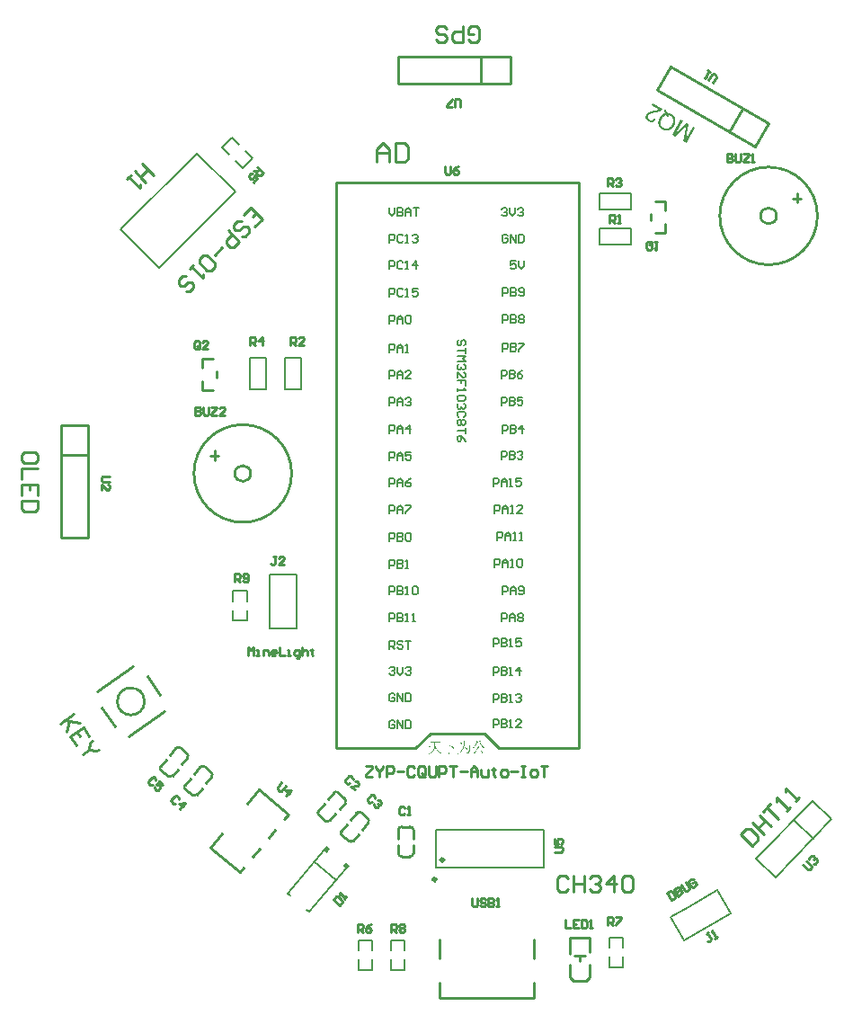
<source format=gto>
G04*
G04 #@! TF.GenerationSoftware,Altium Limited,Altium Designer,24.6.1 (21)*
G04*
G04 Layer_Color=65535*
%FSLAX25Y25*%
%MOIN*%
G70*
G04*
G04 #@! TF.SameCoordinates,14203EA7-49FE-442F-A609-4801219AAA54*
G04*
G04*
G04 #@! TF.FilePolarity,Positive*
G04*
G01*
G75*
%ADD10C,0.01181*%
%ADD11C,0.01000*%
%ADD12C,0.00600*%
%ADD13C,0.00800*%
%ADD14C,0.00799*%
%ADD15C,0.00787*%
%ADD16C,0.00500*%
G36*
X-62700Y-127939D02*
X-61260Y-129148D01*
X-60103Y-127769D01*
X-61543Y-126560D01*
X-62700Y-127939D01*
D01*
D02*
G37*
G36*
X-54014Y-135227D02*
X-55454Y-134019D01*
X-54298Y-132640D01*
X-52857Y-133848D01*
X-54014Y-135227D01*
D01*
D02*
G37*
G36*
X-12017Y-87888D02*
X-12006Y-87895D01*
X-11995Y-87902D01*
X-11958Y-87925D01*
X-11909Y-87955D01*
X-11852Y-87993D01*
X-11789Y-88034D01*
X-11721Y-88079D01*
X-11654Y-88131D01*
X-11511Y-88236D01*
X-11447Y-88289D01*
X-11388Y-88341D01*
X-11335Y-88394D01*
X-11294Y-88439D01*
X-11264Y-88484D01*
X-11256Y-88506D01*
X-11249Y-88525D01*
Y-88529D01*
Y-88533D01*
X-11245Y-88544D01*
Y-88559D01*
X-11241Y-88592D01*
X-11237Y-88638D01*
X-11241Y-88686D01*
X-11249Y-88735D01*
X-11264Y-88784D01*
X-11290Y-88829D01*
X-11294Y-88832D01*
X-11305Y-88844D01*
X-11320Y-88863D01*
X-11335Y-88881D01*
X-11357Y-88900D01*
X-11380Y-88919D01*
X-11399Y-88930D01*
X-11417Y-88934D01*
X-11421D01*
X-11433Y-88930D01*
X-11447Y-88923D01*
X-11466Y-88907D01*
X-11489Y-88881D01*
X-11515Y-88844D01*
X-11526Y-88821D01*
X-11537Y-88791D01*
X-11552Y-88761D01*
X-11564Y-88724D01*
Y-88720D01*
X-11571Y-88709D01*
X-11579Y-88690D01*
X-11590Y-88668D01*
X-11605Y-88638D01*
X-11624Y-88600D01*
X-11646Y-88559D01*
X-11676Y-88510D01*
X-11710Y-88454D01*
X-11748Y-88398D01*
X-11789Y-88330D01*
X-11838Y-88262D01*
X-11890Y-88191D01*
X-11950Y-88112D01*
X-12017Y-88034D01*
X-12089Y-87947D01*
X-12025Y-87884D01*
X-12021D01*
X-12017Y-87888D01*
D02*
G37*
G36*
X-4304Y-87783D02*
X-4495Y-87906D01*
X-4491Y-87914D01*
X-4487Y-87936D01*
X-4473Y-87970D01*
X-4457Y-88019D01*
X-4435Y-88075D01*
X-4409Y-88146D01*
X-4379Y-88225D01*
X-4341Y-88311D01*
X-4296Y-88405D01*
X-4251Y-88503D01*
X-4195Y-88608D01*
X-4135Y-88716D01*
X-4071Y-88829D01*
X-3996Y-88945D01*
X-3921Y-89061D01*
X-3835Y-89178D01*
X-3831Y-89185D01*
X-3813Y-89204D01*
X-3786Y-89237D01*
X-3749Y-89279D01*
X-3704Y-89328D01*
X-3647Y-89384D01*
X-3584Y-89447D01*
X-3509Y-89515D01*
X-3426Y-89586D01*
X-3336Y-89657D01*
X-3239Y-89729D01*
X-3134Y-89796D01*
X-3021Y-89860D01*
X-2901Y-89924D01*
X-2778Y-89976D01*
X-2646Y-90025D01*
Y-90089D01*
X-2680D01*
X-2702Y-90092D01*
X-2729Y-90096D01*
X-2763Y-90104D01*
X-2834Y-90119D01*
X-2912Y-90149D01*
X-2954Y-90171D01*
X-2991Y-90194D01*
X-3032Y-90224D01*
X-3066Y-90258D01*
X-3100Y-90295D01*
X-3130Y-90340D01*
X-3137Y-90336D01*
X-3156Y-90317D01*
X-3186Y-90291D01*
X-3227Y-90258D01*
X-3280Y-90213D01*
X-3340Y-90160D01*
X-3404Y-90096D01*
X-3479Y-90025D01*
X-3557Y-89946D01*
X-3636Y-89860D01*
X-3723Y-89766D01*
X-3809Y-89669D01*
X-3895Y-89560D01*
X-3981Y-89447D01*
X-4067Y-89331D01*
X-4150Y-89208D01*
Y-89204D01*
X-4154Y-89200D01*
X-4161Y-89189D01*
X-4169Y-89178D01*
X-4191Y-89140D01*
X-4217Y-89087D01*
X-4255Y-89024D01*
X-4293Y-88949D01*
X-4338Y-88859D01*
X-4383Y-88757D01*
X-4431Y-88649D01*
X-4476Y-88529D01*
X-4525Y-88398D01*
X-4574Y-88259D01*
X-4615Y-88112D01*
X-4656Y-87959D01*
X-4694Y-87797D01*
X-4724Y-87633D01*
X-4304Y-87783D01*
D02*
G37*
G36*
X-5226Y-88098D02*
X-5459Y-88221D01*
X-5463Y-88225D01*
X-5466Y-88236D01*
X-5477Y-88259D01*
X-5489Y-88285D01*
X-5508Y-88319D01*
X-5530Y-88360D01*
X-5556Y-88409D01*
X-5582Y-88461D01*
X-5616Y-88521D01*
X-5654Y-88585D01*
X-5695Y-88652D01*
X-5736Y-88724D01*
X-5785Y-88802D01*
X-5834Y-88881D01*
X-5943Y-89046D01*
X-6066Y-89223D01*
X-6205Y-89406D01*
X-6351Y-89586D01*
X-6513Y-89770D01*
X-6685Y-89946D01*
X-6865Y-90119D01*
X-7060Y-90276D01*
X-7161Y-90351D01*
X-7262Y-90422D01*
X-7326Y-90363D01*
X-7322Y-90359D01*
X-7319Y-90355D01*
X-7307Y-90344D01*
X-7293Y-90329D01*
X-7251Y-90291D01*
X-7199Y-90235D01*
X-7135Y-90171D01*
X-7060Y-90092D01*
X-6978Y-90006D01*
X-6891Y-89909D01*
X-6797Y-89800D01*
X-6700Y-89688D01*
X-6606Y-89571D01*
X-6509Y-89447D01*
X-6415Y-89320D01*
X-6325Y-89189D01*
X-6239Y-89057D01*
X-6164Y-88926D01*
Y-88923D01*
X-6160Y-88919D01*
X-6152Y-88907D01*
X-6145Y-88896D01*
X-6126Y-88859D01*
X-6100Y-88810D01*
X-6070Y-88750D01*
X-6036Y-88679D01*
X-5999Y-88604D01*
X-5961Y-88517D01*
X-5920Y-88431D01*
X-5883Y-88337D01*
X-5807Y-88146D01*
X-5774Y-88052D01*
X-5748Y-87959D01*
X-5725Y-87869D01*
X-5710Y-87783D01*
X-5226Y-88098D01*
D02*
G37*
G36*
X-13431Y-88259D02*
X-15715D01*
Y-89354D01*
X-15711D01*
X-15700Y-89358D01*
X-15685Y-89361D01*
X-15659Y-89369D01*
X-15632Y-89380D01*
X-15599Y-89391D01*
X-15558Y-89403D01*
X-15516Y-89417D01*
X-15468Y-89433D01*
X-15419Y-89447D01*
X-15306Y-89485D01*
X-15186Y-89526D01*
X-15063Y-89568D01*
X-14935Y-89616D01*
X-14807Y-89665D01*
X-14684Y-89714D01*
X-14571Y-89763D01*
X-14466Y-89811D01*
X-14421Y-89837D01*
X-14380Y-89860D01*
X-14343Y-89882D01*
X-14309Y-89905D01*
X-14283Y-89928D01*
X-14260Y-89950D01*
X-14256Y-89954D01*
X-14253Y-89961D01*
X-14241Y-89973D01*
X-14230Y-89987D01*
X-14196Y-90029D01*
X-14159Y-90081D01*
X-14121Y-90141D01*
X-14087Y-90209D01*
X-14065Y-90276D01*
X-14061Y-90306D01*
X-14058Y-90340D01*
Y-90344D01*
Y-90351D01*
X-14061Y-90366D01*
X-14065Y-90385D01*
X-14069Y-90408D01*
X-14080Y-90441D01*
X-14091Y-90475D01*
X-14110Y-90516D01*
X-14114Y-90520D01*
X-14118Y-90535D01*
X-14129Y-90554D01*
X-14140Y-90573D01*
X-14155Y-90595D01*
X-14174Y-90614D01*
X-14189Y-90629D01*
X-14208Y-90632D01*
X-14211D01*
X-14222Y-90629D01*
X-14245Y-90618D01*
X-14275Y-90599D01*
X-14294Y-90584D01*
X-14316Y-90565D01*
X-14339Y-90543D01*
X-14365Y-90516D01*
X-14395Y-90486D01*
X-14429Y-90449D01*
X-14462Y-90408D01*
X-14500Y-90359D01*
X-14504Y-90355D01*
X-14515Y-90340D01*
X-14534Y-90317D01*
X-14560Y-90288D01*
X-14597Y-90250D01*
X-14642Y-90205D01*
X-14695Y-90156D01*
X-14762Y-90096D01*
X-14838Y-90033D01*
X-14924Y-89965D01*
X-15025Y-89890D01*
X-15137Y-89811D01*
X-15261Y-89729D01*
X-15396Y-89643D01*
X-15550Y-89552D01*
X-15715Y-89459D01*
Y-91596D01*
Y-91600D01*
Y-91615D01*
Y-91637D01*
Y-91667D01*
Y-91705D01*
Y-91750D01*
Y-91799D01*
X-15711Y-91851D01*
Y-91967D01*
X-15708Y-92091D01*
X-15704Y-92211D01*
X-15696Y-92327D01*
X-16052Y-92478D01*
Y-92474D01*
Y-92470D01*
Y-92459D01*
Y-92444D01*
X-16049Y-92402D01*
Y-92350D01*
Y-92290D01*
X-16045Y-92215D01*
Y-92136D01*
X-16041Y-92054D01*
X-16037Y-91874D01*
X-16034Y-91787D01*
Y-91698D01*
Y-91615D01*
X-16030Y-91540D01*
Y-91469D01*
Y-91409D01*
Y-88259D01*
X-17444D01*
X-17470Y-88262D01*
X-17537Y-88266D01*
X-17616Y-88274D01*
X-17699Y-88285D01*
X-17789Y-88300D01*
X-17875Y-88323D01*
X-18066Y-88135D01*
X-14185D01*
X-13870Y-87820D01*
X-13431Y-88259D01*
D02*
G37*
G36*
X-10251Y-89965D02*
X-10240Y-89973D01*
X-10221Y-89980D01*
X-10199Y-89991D01*
X-10172Y-90003D01*
X-10109Y-90033D01*
X-10037Y-90070D01*
X-9951Y-90111D01*
X-9861Y-90153D01*
X-9768Y-90201D01*
X-9674Y-90250D01*
X-9576Y-90302D01*
X-9486Y-90351D01*
X-9404Y-90400D01*
X-9332Y-90449D01*
X-9269Y-90490D01*
X-9243Y-90509D01*
X-9224Y-90527D01*
X-9205Y-90546D01*
X-9194Y-90561D01*
X-9190Y-90569D01*
X-9179Y-90588D01*
X-9160Y-90618D01*
X-9141Y-90655D01*
X-9122Y-90700D01*
X-9104Y-90745D01*
X-9093Y-90794D01*
X-9089Y-90842D01*
Y-90846D01*
Y-90861D01*
X-9093Y-90880D01*
Y-90906D01*
X-9100Y-90940D01*
X-9108Y-90974D01*
X-9115Y-91015D01*
X-9130Y-91053D01*
Y-91056D01*
X-9138Y-91067D01*
X-9145Y-91086D01*
X-9156Y-91105D01*
X-9167Y-91124D01*
X-9183Y-91142D01*
X-9198Y-91154D01*
X-9212Y-91158D01*
X-9216D01*
X-9224Y-91154D01*
X-9239Y-91146D01*
X-9261Y-91128D01*
X-9291Y-91101D01*
X-9310Y-91083D01*
X-9329Y-91060D01*
X-9347Y-91034D01*
X-9370Y-91004D01*
X-9396Y-90970D01*
X-9422Y-90929D01*
X-9426Y-90925D01*
X-9434Y-90914D01*
X-9445Y-90895D01*
X-9467Y-90869D01*
X-9490Y-90835D01*
X-9524Y-90794D01*
X-9565Y-90745D01*
X-9610Y-90693D01*
X-9666Y-90632D01*
X-9730Y-90565D01*
X-9801Y-90494D01*
X-9884Y-90415D01*
X-9974Y-90329D01*
X-10071Y-90242D01*
X-10184Y-90149D01*
X-10304Y-90048D01*
X-10262Y-89961D01*
X-10259D01*
X-10251Y-89965D01*
D02*
G37*
G36*
X-9947Y-87843D02*
X-10158Y-87989D01*
Y-87996D01*
X-10161Y-88015D01*
X-10165Y-88049D01*
X-10169Y-88094D01*
X-10176Y-88150D01*
X-10184Y-88214D01*
X-10191Y-88289D01*
X-10199Y-88371D01*
X-10210Y-88461D01*
X-10221Y-88555D01*
X-10232Y-88656D01*
X-10248Y-88761D01*
X-10274Y-88979D01*
X-10304Y-89208D01*
X-8523D01*
X-8354Y-88934D01*
X-7975Y-89230D01*
X-8166Y-89395D01*
Y-89399D01*
Y-89417D01*
X-8170Y-89444D01*
X-8174Y-89477D01*
X-8178Y-89519D01*
X-8181Y-89571D01*
X-8185Y-89631D01*
X-8189Y-89695D01*
X-8196Y-89766D01*
X-8204Y-89845D01*
X-8207Y-89928D01*
X-8215Y-90014D01*
X-8234Y-90194D01*
X-8249Y-90385D01*
X-8268Y-90580D01*
X-8286Y-90775D01*
X-8301Y-90966D01*
X-8313Y-91056D01*
X-8320Y-91142D01*
X-8331Y-91225D01*
X-8339Y-91304D01*
X-8346Y-91379D01*
X-8358Y-91446D01*
X-8365Y-91510D01*
X-8372Y-91562D01*
X-8380Y-91611D01*
X-8388Y-91649D01*
Y-91653D01*
X-8391Y-91664D01*
X-8395Y-91682D01*
X-8403Y-91709D01*
X-8410Y-91739D01*
X-8421Y-91773D01*
X-8433Y-91814D01*
X-8448Y-91855D01*
X-8489Y-91941D01*
X-8538Y-92035D01*
X-8597Y-92121D01*
X-8631Y-92163D01*
X-8669Y-92200D01*
X-8672Y-92204D01*
X-8680Y-92207D01*
X-8691Y-92219D01*
X-8706Y-92230D01*
X-8729Y-92245D01*
X-8751Y-92264D01*
X-8781Y-92286D01*
X-8811Y-92305D01*
X-8890Y-92350D01*
X-8980Y-92399D01*
X-9081Y-92440D01*
X-9194Y-92478D01*
Y-92474D01*
X-9201Y-92462D01*
X-9209Y-92444D01*
X-9224Y-92418D01*
X-9246Y-92391D01*
X-9273Y-92357D01*
X-9306Y-92320D01*
X-9347Y-92279D01*
X-9396Y-92238D01*
X-9456Y-92196D01*
X-9527Y-92155D01*
X-9606Y-92114D01*
X-9700Y-92072D01*
X-9805Y-92039D01*
X-9921Y-92005D01*
X-10052Y-91975D01*
Y-91870D01*
X-10045D01*
X-10023Y-91874D01*
X-9985Y-91881D01*
X-9936Y-91885D01*
X-9880Y-91892D01*
X-9816Y-91904D01*
X-9745Y-91911D01*
X-9666Y-91922D01*
X-9509Y-91941D01*
X-9430Y-91949D01*
X-9355Y-91956D01*
X-9284Y-91960D01*
X-9216Y-91964D01*
X-9160Y-91967D01*
X-9100D01*
X-9089Y-91964D01*
X-9074D01*
X-9032Y-91953D01*
X-8980Y-91934D01*
X-8928Y-91908D01*
X-8871Y-91870D01*
X-8845Y-91844D01*
X-8819Y-91817D01*
X-8796Y-91784D01*
X-8774Y-91746D01*
Y-91742D01*
X-8770Y-91731D01*
X-8762Y-91712D01*
X-8759Y-91698D01*
X-8755Y-91679D01*
X-8748Y-91656D01*
X-8744Y-91630D01*
X-8736Y-91600D01*
X-8729Y-91562D01*
X-8721Y-91521D01*
X-8714Y-91476D01*
X-8706Y-91424D01*
X-8699Y-91364D01*
X-8687Y-91300D01*
X-8676Y-91229D01*
X-8665Y-91150D01*
X-8654Y-91064D01*
X-8642Y-90970D01*
X-8631Y-90869D01*
X-8616Y-90756D01*
X-8605Y-90640D01*
X-8590Y-90509D01*
X-8575Y-90374D01*
X-8560Y-90224D01*
X-8545Y-90066D01*
X-8530Y-89901D01*
X-8511Y-89721D01*
X-8496Y-89534D01*
X-8478Y-89331D01*
X-10326D01*
Y-89335D01*
X-10330Y-89346D01*
X-10334Y-89365D01*
X-10338Y-89391D01*
X-10345Y-89421D01*
X-10356Y-89459D01*
X-10368Y-89500D01*
X-10379Y-89549D01*
X-10394Y-89605D01*
X-10409Y-89661D01*
X-10428Y-89725D01*
X-10450Y-89789D01*
X-10495Y-89931D01*
X-10551Y-90089D01*
X-10615Y-90250D01*
X-10686Y-90419D01*
X-10765Y-90591D01*
X-10855Y-90768D01*
X-10956Y-90936D01*
X-11065Y-91101D01*
X-11185Y-91263D01*
X-11312Y-91409D01*
X-11316Y-91413D01*
X-11320Y-91416D01*
X-11331Y-91427D01*
X-11346Y-91443D01*
X-11384Y-91480D01*
X-11436Y-91532D01*
X-11500Y-91593D01*
X-11575Y-91664D01*
X-11665Y-91742D01*
X-11759Y-91825D01*
X-11868Y-91911D01*
X-11980Y-92001D01*
X-12100Y-92091D01*
X-12224Y-92177D01*
X-12355Y-92260D01*
X-12486Y-92343D01*
X-12621Y-92414D01*
X-12760Y-92478D01*
X-12801Y-92414D01*
X-12798D01*
X-12794Y-92406D01*
X-12783Y-92399D01*
X-12767Y-92391D01*
X-12749Y-92376D01*
X-12726Y-92361D01*
X-12670Y-92324D01*
X-12603Y-92275D01*
X-12524Y-92215D01*
X-12438Y-92144D01*
X-12340Y-92065D01*
X-12235Y-91975D01*
X-12126Y-91878D01*
X-12014Y-91773D01*
X-11897Y-91660D01*
X-11781Y-91536D01*
X-11665Y-91409D01*
X-11552Y-91270D01*
X-11440Y-91128D01*
Y-91124D01*
X-11433Y-91120D01*
X-11425Y-91109D01*
X-11414Y-91090D01*
X-11399Y-91071D01*
X-11384Y-91049D01*
X-11365Y-91019D01*
X-11346Y-90989D01*
X-11324Y-90951D01*
X-11298Y-90914D01*
X-11245Y-90824D01*
X-11185Y-90723D01*
X-11121Y-90606D01*
X-11057Y-90482D01*
X-10990Y-90344D01*
X-10926Y-90194D01*
X-10863Y-90036D01*
X-10802Y-89871D01*
X-10750Y-89699D01*
X-10701Y-89519D01*
X-10660Y-89331D01*
X-11969D01*
X-11995Y-89335D01*
X-12062Y-89339D01*
X-12141Y-89346D01*
X-12224Y-89358D01*
X-12314Y-89372D01*
X-12400Y-89395D01*
X-12591Y-89208D01*
X-10641D01*
Y-89204D01*
Y-89200D01*
X-10638Y-89189D01*
Y-89174D01*
X-10634Y-89155D01*
X-10630Y-89132D01*
X-10622Y-89080D01*
X-10611Y-89009D01*
X-10600Y-88926D01*
X-10589Y-88832D01*
X-10577Y-88727D01*
X-10566Y-88611D01*
X-10555Y-88484D01*
X-10544Y-88349D01*
X-10532Y-88206D01*
X-10525Y-88056D01*
X-10518Y-87899D01*
X-10514Y-87738D01*
Y-87569D01*
X-9947Y-87843D01*
D02*
G37*
G36*
X-19263Y-88199D02*
X-21066D01*
Y-88206D01*
Y-88225D01*
X-21070Y-88259D01*
Y-88300D01*
X-21074Y-88356D01*
Y-88424D01*
X-21078Y-88503D01*
X-21085Y-88592D01*
X-21089Y-88694D01*
X-21096Y-88802D01*
X-21100Y-88923D01*
X-21107Y-89050D01*
X-21119Y-89189D01*
X-21126Y-89335D01*
X-21137Y-89489D01*
X-21149Y-89650D01*
X-19701D01*
X-19345Y-89294D01*
X-18861Y-89774D01*
X-20875D01*
Y-89777D01*
X-20871Y-89785D01*
X-20864Y-89800D01*
X-20860Y-89823D01*
X-20849Y-89849D01*
X-20838Y-89879D01*
X-20826Y-89912D01*
X-20811Y-89954D01*
X-20793Y-89995D01*
X-20774Y-90044D01*
X-20732Y-90145D01*
X-20680Y-90261D01*
X-20624Y-90381D01*
X-20560Y-90513D01*
X-20489Y-90644D01*
X-20410Y-90775D01*
X-20327Y-90906D01*
X-20237Y-91037D01*
X-20144Y-91158D01*
X-20039Y-91270D01*
X-19934Y-91371D01*
X-19926Y-91375D01*
X-19907Y-91394D01*
X-19874Y-91420D01*
X-19832Y-91450D01*
X-19776Y-91491D01*
X-19713Y-91536D01*
X-19641Y-91585D01*
X-19559Y-91637D01*
X-19469Y-91690D01*
X-19371Y-91742D01*
X-19270Y-91795D01*
X-19165Y-91847D01*
X-19052Y-91892D01*
X-18936Y-91934D01*
X-18816Y-91967D01*
X-18696Y-91994D01*
Y-92080D01*
X-18711D01*
X-18730Y-92084D01*
X-18753Y-92088D01*
X-18782Y-92091D01*
X-18816Y-92099D01*
X-18891Y-92125D01*
X-18929Y-92140D01*
X-18970Y-92159D01*
X-19011Y-92185D01*
X-19049Y-92211D01*
X-19086Y-92245D01*
X-19120Y-92282D01*
X-19150Y-92324D01*
X-19176Y-92373D01*
X-19180D01*
X-19187Y-92365D01*
X-19199Y-92361D01*
X-19214Y-92350D01*
X-19232Y-92339D01*
X-19259Y-92324D01*
X-19319Y-92286D01*
X-19390Y-92238D01*
X-19473Y-92181D01*
X-19563Y-92114D01*
X-19660Y-92035D01*
X-19765Y-91949D01*
X-19870Y-91855D01*
X-19979Y-91754D01*
X-20087Y-91641D01*
X-20189Y-91521D01*
X-20290Y-91394D01*
X-20384Y-91263D01*
X-20470Y-91120D01*
Y-91116D01*
X-20474Y-91113D01*
X-20481Y-91101D01*
X-20489Y-91086D01*
X-20500Y-91067D01*
X-20511Y-91045D01*
X-20538Y-90989D01*
X-20571Y-90921D01*
X-20609Y-90842D01*
X-20650Y-90756D01*
X-20695Y-90659D01*
X-20740Y-90557D01*
X-20781Y-90449D01*
X-20826Y-90340D01*
X-20864Y-90224D01*
X-20901Y-90111D01*
X-20935Y-89995D01*
X-20961Y-89882D01*
X-20980Y-89774D01*
X-21171D01*
Y-89777D01*
X-21175Y-89785D01*
Y-89800D01*
X-21179Y-89823D01*
X-21186Y-89849D01*
X-21194Y-89879D01*
X-21201Y-89912D01*
X-21209Y-89954D01*
X-21220Y-89999D01*
X-21235Y-90048D01*
X-21261Y-90153D01*
X-21299Y-90272D01*
X-21344Y-90400D01*
X-21393Y-90535D01*
X-21449Y-90677D01*
X-21516Y-90824D01*
X-21591Y-90966D01*
X-21674Y-91113D01*
X-21764Y-91251D01*
X-21865Y-91386D01*
X-21978Y-91514D01*
X-21985Y-91521D01*
X-22007Y-91544D01*
X-22041Y-91578D01*
X-22086Y-91619D01*
X-22146Y-91675D01*
X-22218Y-91735D01*
X-22300Y-91806D01*
X-22394Y-91881D01*
X-22499Y-91960D01*
X-22611Y-92039D01*
X-22731Y-92121D01*
X-22862Y-92204D01*
X-23001Y-92282D01*
X-23144Y-92361D01*
X-23298Y-92432D01*
X-23455Y-92500D01*
X-23500Y-92436D01*
X-23496D01*
X-23489Y-92432D01*
X-23478Y-92425D01*
X-23462Y-92414D01*
X-23440Y-92402D01*
X-23417Y-92387D01*
X-23358Y-92354D01*
X-23286Y-92309D01*
X-23200Y-92256D01*
X-23106Y-92196D01*
X-23009Y-92125D01*
X-22900Y-92050D01*
X-22791Y-91964D01*
X-22679Y-91874D01*
X-22566Y-91776D01*
X-22454Y-91675D01*
X-22345Y-91566D01*
X-22244Y-91454D01*
X-22146Y-91338D01*
X-22139Y-91330D01*
X-22124Y-91307D01*
X-22097Y-91274D01*
X-22068Y-91225D01*
X-22026Y-91161D01*
X-21981Y-91086D01*
X-21933Y-91000D01*
X-21876Y-90903D01*
X-21824Y-90794D01*
X-21768Y-90674D01*
X-21711Y-90546D01*
X-21659Y-90408D01*
X-21610Y-90261D01*
X-21561Y-90108D01*
X-21520Y-89943D01*
X-21486Y-89774D01*
X-22855D01*
X-22881Y-89777D01*
X-22949Y-89781D01*
X-23028Y-89789D01*
X-23114Y-89800D01*
X-23200Y-89815D01*
X-23290Y-89837D01*
X-23478Y-89650D01*
X-21464D01*
Y-89646D01*
Y-89639D01*
Y-89624D01*
X-21460Y-89609D01*
Y-89586D01*
X-21456Y-89556D01*
Y-89526D01*
X-21452Y-89492D01*
X-21449Y-89410D01*
X-21445Y-89320D01*
X-21438Y-89215D01*
X-21430Y-89106D01*
X-21426Y-88990D01*
X-21419Y-88870D01*
X-21411Y-88630D01*
X-21407Y-88514D01*
X-21404Y-88401D01*
X-21400Y-88296D01*
Y-88199D01*
X-22375D01*
X-22401Y-88203D01*
X-22469Y-88206D01*
X-22544Y-88214D01*
X-22630Y-88225D01*
X-22716Y-88240D01*
X-22806Y-88262D01*
X-22994Y-88075D01*
X-20016D01*
X-19701Y-87760D01*
X-19263Y-88199D01*
D02*
G37*
G36*
X-4660Y-89837D02*
X-4893Y-89943D01*
X-4896Y-89946D01*
X-4900Y-89957D01*
X-4911Y-89973D01*
X-4926Y-89995D01*
X-4945Y-90021D01*
X-4967Y-90055D01*
X-4994Y-90092D01*
X-5024Y-90137D01*
X-5057Y-90186D01*
X-5095Y-90235D01*
X-5133Y-90291D01*
X-5174Y-90351D01*
X-5268Y-90479D01*
X-5369Y-90618D01*
X-5481Y-90764D01*
X-5598Y-90917D01*
X-5721Y-91075D01*
X-5849Y-91233D01*
X-5980Y-91390D01*
X-6111Y-91544D01*
X-6246Y-91690D01*
X-6381Y-91829D01*
X-3906Y-91787D01*
X-3910Y-91784D01*
X-3918Y-91769D01*
X-3929Y-91746D01*
X-3948Y-91712D01*
X-3974Y-91675D01*
X-4004Y-91626D01*
X-4038Y-91570D01*
X-4079Y-91510D01*
X-4124Y-91443D01*
X-4172Y-91368D01*
X-4229Y-91289D01*
X-4289Y-91202D01*
X-4352Y-91116D01*
X-4424Y-91022D01*
X-4499Y-90925D01*
X-4578Y-90824D01*
X-4514Y-90760D01*
X-4510D01*
X-4506Y-90768D01*
X-4495Y-90775D01*
X-4480Y-90786D01*
X-4442Y-90820D01*
X-4390Y-90861D01*
X-4330Y-90914D01*
X-4259Y-90974D01*
X-4184Y-91037D01*
X-4105Y-91109D01*
X-3940Y-91259D01*
X-3861Y-91334D01*
X-3782Y-91409D01*
X-3715Y-91480D01*
X-3651Y-91548D01*
X-3602Y-91607D01*
X-3561Y-91664D01*
X-3557Y-91667D01*
X-3554Y-91675D01*
X-3546Y-91690D01*
X-3531Y-91709D01*
X-3520Y-91731D01*
X-3505Y-91758D01*
X-3471Y-91817D01*
X-3438Y-91881D01*
X-3407Y-91953D01*
X-3389Y-92016D01*
X-3385Y-92046D01*
X-3381Y-92076D01*
Y-92080D01*
Y-92099D01*
X-3385Y-92121D01*
X-3393Y-92155D01*
X-3404Y-92193D01*
X-3422Y-92234D01*
X-3445Y-92275D01*
X-3479Y-92320D01*
X-3483Y-92324D01*
X-3494Y-92339D01*
X-3509Y-92357D01*
X-3531Y-92376D01*
X-3554Y-92399D01*
X-3576Y-92418D01*
X-3595Y-92432D01*
X-3614Y-92436D01*
X-3621Y-92432D01*
X-3629Y-92429D01*
X-3644Y-92418D01*
X-3659Y-92399D01*
X-3674Y-92373D01*
X-3696Y-92335D01*
X-3719Y-92286D01*
Y-92282D01*
X-3723Y-92275D01*
X-3726Y-92264D01*
X-3734Y-92245D01*
X-3741Y-92222D01*
X-3749Y-92200D01*
X-3768Y-92144D01*
X-3790Y-92080D01*
X-3816Y-92013D01*
X-3839Y-91949D01*
X-3865Y-91892D01*
X-3887D01*
X-3914Y-91896D01*
X-3951Y-91900D01*
X-3996Y-91904D01*
X-4053Y-91908D01*
X-4116Y-91911D01*
X-4184Y-91915D01*
X-4259Y-91922D01*
X-4341Y-91926D01*
X-4428Y-91934D01*
X-4518Y-91941D01*
X-4709Y-91956D01*
X-4907Y-91971D01*
X-5110Y-91990D01*
X-5309Y-92005D01*
X-5500Y-92024D01*
X-5594Y-92031D01*
X-5680Y-92039D01*
X-5762Y-92046D01*
X-5841Y-92058D01*
X-5912Y-92065D01*
X-5976Y-92072D01*
X-6033Y-92080D01*
X-6081Y-92088D01*
X-6123Y-92091D01*
X-6152Y-92099D01*
X-6156D01*
X-6164Y-92102D01*
X-6179Y-92106D01*
X-6197Y-92110D01*
X-6220Y-92118D01*
X-6246Y-92125D01*
X-6306Y-92144D01*
X-6374Y-92166D01*
X-6441Y-92196D01*
X-6509Y-92230D01*
X-6569Y-92268D01*
X-6801Y-91829D01*
X-6794D01*
X-6771Y-91825D01*
X-6734Y-91814D01*
X-6685Y-91795D01*
X-6655Y-91780D01*
X-6625Y-91761D01*
X-6591Y-91742D01*
X-6554Y-91716D01*
X-6513Y-91682D01*
X-6471Y-91649D01*
X-6426Y-91607D01*
X-6381Y-91559D01*
X-6378Y-91555D01*
X-6370Y-91544D01*
X-6355Y-91529D01*
X-6336Y-91506D01*
X-6310Y-91476D01*
X-6280Y-91439D01*
X-6242Y-91394D01*
X-6201Y-91341D01*
X-6156Y-91281D01*
X-6104Y-91214D01*
X-6047Y-91139D01*
X-5988Y-91053D01*
X-5924Y-90962D01*
X-5852Y-90861D01*
X-5781Y-90753D01*
X-5703Y-90636D01*
Y-90632D01*
X-5699Y-90629D01*
X-5684Y-90606D01*
X-5661Y-90573D01*
X-5631Y-90527D01*
X-5598Y-90471D01*
X-5556Y-90404D01*
X-5515Y-90329D01*
X-5466Y-90246D01*
X-5421Y-90160D01*
X-5373Y-90066D01*
X-5275Y-89875D01*
X-5230Y-89774D01*
X-5189Y-89676D01*
X-5151Y-89579D01*
X-5121Y-89481D01*
X-4660Y-89837D01*
D02*
G37*
G36*
X63107Y146585D02*
X63104Y146580D01*
X63101Y146574D01*
X63082Y146542D01*
X63057Y146498D01*
X63014Y146436D01*
X62963Y146372D01*
X62905Y146297D01*
X62836Y146229D01*
X62760Y146158D01*
X62756Y146152D01*
X62745Y146145D01*
X62721Y146129D01*
X62695Y146108D01*
X62660Y146085D01*
X62622Y146057D01*
X62517Y145987D01*
X62386Y145911D01*
X62239Y145831D01*
X62072Y145754D01*
X61885Y145681D01*
X61877Y145679D01*
X61860Y145674D01*
X61831Y145662D01*
X61788Y145650D01*
X61737Y145637D01*
X61674Y145615D01*
X61603Y145591D01*
X61517Y145569D01*
X61427Y145549D01*
X61324Y145521D01*
X61208Y145495D01*
X61088Y145463D01*
X60958Y145437D01*
X60819Y145409D01*
X60666Y145382D01*
X60513Y145354D01*
X60496Y145350D01*
X60457Y145344D01*
X60386Y145334D01*
X60295Y145314D01*
X60185Y145299D01*
X60060Y145270D01*
X59921Y145242D01*
X59774Y145211D01*
X59459Y145141D01*
X59146Y145061D01*
X58998Y145017D01*
X58855Y144970D01*
X58724Y144930D01*
X58609Y144881D01*
X58600Y144878D01*
X58580Y144869D01*
X58551Y144856D01*
X58516Y144833D01*
X58467Y144811D01*
X58415Y144783D01*
X58357Y144745D01*
X58293Y144709D01*
X58162Y144619D01*
X58030Y144515D01*
X57969Y144449D01*
X57913Y144388D01*
X57858Y144318D01*
X57812Y144251D01*
X57809Y144246D01*
X57803Y144235D01*
X57790Y144213D01*
X57777Y144177D01*
X57763Y144142D01*
X57747Y144101D01*
X57712Y143991D01*
X57682Y143864D01*
X57671Y143719D01*
X57672Y143646D01*
X57676Y143565D01*
X57688Y143486D01*
X57711Y143400D01*
X57713Y143392D01*
X57715Y143383D01*
X57727Y143354D01*
X57740Y143326D01*
X57754Y143288D01*
X57780Y143245D01*
X57802Y143196D01*
X57835Y143141D01*
X57868Y143086D01*
X57912Y143024D01*
X58017Y142906D01*
X58144Y142789D01*
X58222Y142737D01*
X58306Y142681D01*
X58355Y142653D01*
X58390Y142640D01*
X58437Y142620D01*
X58488Y142597D01*
X58549Y142577D01*
X58609Y142557D01*
X58758Y142514D01*
X58919Y142493D01*
X59003Y142488D01*
X59093Y142494D01*
X59177Y142503D01*
X59268Y142523D01*
X59276Y142525D01*
X59285Y142527D01*
X59314Y142540D01*
X59342Y142552D01*
X59380Y142566D01*
X59429Y142589D01*
X59481Y142616D01*
X59536Y142649D01*
X59594Y142688D01*
X59656Y142732D01*
X59718Y142790D01*
X59786Y142844D01*
X59846Y142911D01*
X59912Y142988D01*
X59967Y143072D01*
X60029Y143166D01*
X60687Y142692D01*
X60680Y142682D01*
X60662Y142663D01*
X60632Y142623D01*
X60595Y142572D01*
X60542Y142516D01*
X60482Y142450D01*
X60413Y142381D01*
X60338Y142302D01*
X60253Y142228D01*
X60159Y142153D01*
X60059Y142080D01*
X59951Y142006D01*
X59835Y141943D01*
X59717Y141888D01*
X59591Y141845D01*
X59463Y141811D01*
X59455Y141809D01*
X59432Y141807D01*
X59393Y141801D01*
X59339Y141796D01*
X59272Y141792D01*
X59199Y141790D01*
X59107Y141793D01*
X59009Y141799D01*
X58900Y141811D01*
X58786Y141826D01*
X58665Y141853D01*
X58533Y141886D01*
X58398Y141928D01*
X58255Y141981D01*
X58114Y142049D01*
X57965Y142128D01*
X57927Y142150D01*
X57892Y142177D01*
X57832Y142211D01*
X57771Y142254D01*
X57701Y142309D01*
X57624Y142375D01*
X57536Y142447D01*
X57454Y142531D01*
X57367Y142617D01*
X57280Y142718D01*
X57203Y142820D01*
X57122Y142931D01*
X57059Y143047D01*
X57003Y143174D01*
X56954Y143303D01*
X56952Y143311D01*
X56945Y143337D01*
X56936Y143371D01*
X56931Y143425D01*
X56918Y143490D01*
X56908Y143560D01*
X56899Y143645D01*
X56897Y143740D01*
X56897Y143841D01*
X56904Y143953D01*
X56916Y144061D01*
X56934Y144181D01*
X56967Y144299D01*
X57010Y144425D01*
X57060Y144548D01*
X57123Y144670D01*
X57126Y144676D01*
X57133Y144687D01*
X57142Y144703D01*
X57154Y144725D01*
X57179Y144754D01*
X57197Y144786D01*
X57258Y144867D01*
X57331Y144955D01*
X57423Y145053D01*
X57525Y145153D01*
X57642Y145244D01*
X57645Y145249D01*
X57657Y145257D01*
X57677Y145267D01*
X57700Y145282D01*
X57735Y145306D01*
X57770Y145329D01*
X57869Y145387D01*
X57985Y145450D01*
X58135Y145522D01*
X58299Y145594D01*
X58487Y145658D01*
X58496Y145660D01*
X58513Y145665D01*
X58542Y145677D01*
X58584Y145689D01*
X58644Y145705D01*
X58707Y145726D01*
X58789Y145744D01*
X58883Y145769D01*
X58986Y145796D01*
X59111Y145825D01*
X59239Y145859D01*
X59386Y145890D01*
X59542Y145922D01*
X59715Y145960D01*
X59899Y145991D01*
X60094Y146029D01*
X60103Y146032D01*
X60134Y146035D01*
X60182Y146044D01*
X60239Y146054D01*
X60312Y146069D01*
X60395Y146087D01*
X60587Y146120D01*
X60783Y146159D01*
X60978Y146197D01*
X61069Y146217D01*
X61154Y146240D01*
X61228Y146255D01*
X61288Y146271D01*
X61296Y146274D01*
X61334Y146288D01*
X61388Y146307D01*
X61456Y146326D01*
X61534Y146360D01*
X61617Y146391D01*
X61703Y146428D01*
X61787Y146474D01*
X59065Y148046D01*
X59443Y148700D01*
X63107Y146585D01*
D02*
G37*
G36*
X64092Y146579D02*
X64111Y146561D01*
X64137Y146531D01*
X64168Y146485D01*
X64210Y146432D01*
X64259Y146367D01*
X64310Y146294D01*
X64367Y146204D01*
X64428Y146111D01*
X64492Y146009D01*
X64558Y145899D01*
X64624Y145774D01*
X64694Y145647D01*
X64762Y145514D01*
X64824Y145370D01*
X64890Y145223D01*
X64899Y145226D01*
X64927Y145224D01*
X64969Y145221D01*
X65030Y145215D01*
X65105Y145208D01*
X65185Y145197D01*
X65285Y145183D01*
X65388Y145160D01*
X65504Y145136D01*
X65631Y145106D01*
X65755Y145071D01*
X65889Y145029D01*
X66026Y144979D01*
X66171Y144917D01*
X66307Y144853D01*
X66451Y144777D01*
X66527Y144733D01*
X66572Y144700D01*
X66640Y144654D01*
X66709Y144599D01*
X66790Y144538D01*
X66881Y144471D01*
X66971Y144390D01*
X67067Y144306D01*
X67156Y144211D01*
X67257Y144110D01*
X67351Y143998D01*
X67442Y143880D01*
X67530Y143757D01*
X67606Y143627D01*
X67608Y143618D01*
X67623Y143595D01*
X67643Y143554D01*
X67671Y143502D01*
X67698Y143436D01*
X67729Y143353D01*
X67766Y143267D01*
X67799Y143161D01*
X67837Y143053D01*
X67869Y142933D01*
X67901Y142800D01*
X67923Y142664D01*
X67943Y142523D01*
X67959Y142376D01*
X67964Y142222D01*
X67960Y142065D01*
X67962Y142057D01*
X67958Y142024D01*
X67955Y141982D01*
X67943Y141924D01*
X67933Y141843D01*
X67916Y141752D01*
X67902Y141652D01*
X67872Y141539D01*
X67845Y141417D01*
X67809Y141279D01*
X67768Y141145D01*
X67714Y141002D01*
X67658Y140854D01*
X67590Y140699D01*
X67516Y140546D01*
X67434Y140392D01*
X67428Y140381D01*
X67412Y140354D01*
X67387Y140311D01*
X67347Y140254D01*
X67301Y140187D01*
X67246Y140103D01*
X67182Y140018D01*
X67103Y139919D01*
X67024Y139820D01*
X66934Y139713D01*
X66835Y139604D01*
X66728Y139493D01*
X66615Y139385D01*
X66496Y139280D01*
X66376Y139184D01*
X66241Y139088D01*
X66233Y139086D01*
X66206Y139065D01*
X66171Y139042D01*
X66116Y139009D01*
X66047Y138977D01*
X65966Y138937D01*
X65877Y138895D01*
X65776Y138845D01*
X65664Y138801D01*
X65547Y138760D01*
X65421Y138718D01*
X65284Y138681D01*
X65145Y138653D01*
X65001Y138628D01*
X64855Y138612D01*
X64700Y138607D01*
X64692Y138605D01*
X64664Y138606D01*
X64622Y138609D01*
X64561Y138615D01*
X64486Y138623D01*
X64402Y138628D01*
X64305Y138647D01*
X64191Y138663D01*
X64075Y138687D01*
X63957Y138719D01*
X63824Y138752D01*
X63690Y138794D01*
X63547Y138847D01*
X63408Y138906D01*
X63266Y138973D01*
X63122Y139049D01*
X63047Y139093D01*
X62996Y139129D01*
X62934Y139172D01*
X62859Y139230D01*
X62779Y139291D01*
X62687Y139358D01*
X62592Y139442D01*
X62499Y139532D01*
X62401Y139624D01*
X62304Y139731D01*
X62207Y139838D01*
X62119Y139960D01*
X62031Y140083D01*
X61949Y140217D01*
X61947Y140226D01*
X61932Y140249D01*
X61912Y140289D01*
X61884Y140341D01*
X61857Y140407D01*
X61826Y140490D01*
X61789Y140577D01*
X61751Y140685D01*
X61718Y140791D01*
X61683Y140919D01*
X61655Y141044D01*
X61626Y141183D01*
X61607Y141324D01*
X61599Y141473D01*
X61594Y141627D01*
X61598Y141784D01*
X61596Y141792D01*
X61598Y141820D01*
X61603Y141867D01*
X61615Y141926D01*
X61625Y142006D01*
X61639Y142092D01*
X61662Y142194D01*
X61683Y142305D01*
X61713Y142432D01*
X61751Y142561D01*
X61793Y142696D01*
X61841Y142841D01*
X61903Y142986D01*
X61971Y143142D01*
X62044Y143294D01*
X62126Y143449D01*
X62130Y143454D01*
X62145Y143481D01*
X62164Y143514D01*
X62198Y143559D01*
X62235Y143624D01*
X62278Y143686D01*
X62330Y143764D01*
X62391Y143845D01*
X62455Y143930D01*
X62522Y144021D01*
X62682Y144211D01*
X62858Y144391D01*
X63050Y144561D01*
X63053Y144566D01*
X63073Y144576D01*
X63103Y144603D01*
X63141Y144631D01*
X63191Y144667D01*
X63249Y144706D01*
X63316Y144747D01*
X63394Y144795D01*
X63565Y144891D01*
X63764Y144986D01*
X63988Y145073D01*
X64225Y145146D01*
X64223Y145154D01*
X64213Y145175D01*
X64195Y145206D01*
X64173Y145255D01*
X64139Y145310D01*
X64109Y145371D01*
X64072Y145443D01*
X64023Y145522D01*
X63927Y145693D01*
X63817Y145865D01*
X63696Y146043D01*
X63574Y146207D01*
X64090Y146588D01*
X64092Y146579D01*
D02*
G37*
G36*
X70658Y142226D02*
X67976Y137581D01*
X72276Y141291D01*
X72936Y140910D01*
X71816Y135257D01*
X74544Y139982D01*
X75253Y139572D01*
X72050Y134024D01*
X70946Y134662D01*
X71899Y139351D01*
X71902Y139356D01*
X71901Y139379D01*
X71914Y139414D01*
X71920Y139462D01*
X71934Y139511D01*
X71944Y139578D01*
X71962Y139647D01*
X71975Y139719D01*
X72009Y139879D01*
X72044Y140039D01*
X72076Y140194D01*
X72094Y140263D01*
X72109Y140327D01*
X72106Y140321D01*
X72094Y140314D01*
X72079Y140301D01*
X72062Y140282D01*
X72032Y140256D01*
X71994Y140227D01*
X71955Y140185D01*
X71902Y140143D01*
X71855Y140098D01*
X71792Y140041D01*
X71725Y139986D01*
X71651Y139920D01*
X71574Y139849D01*
X71488Y139776D01*
X71399Y139697D01*
X71299Y139611D01*
X67736Y136515D01*
X66746Y137087D01*
X69949Y142635D01*
X70658Y142226D01*
D02*
G37*
%LPC*%
G36*
X65241Y144444D02*
X65246Y144440D01*
X65251Y144423D01*
X65261Y144403D01*
X65279Y144371D01*
X65302Y144336D01*
X65327Y144293D01*
X65391Y144191D01*
X65471Y144080D01*
X65559Y143957D01*
X65666Y143830D01*
X65785Y143711D01*
X65297Y143278D01*
X65292Y143281D01*
X65276Y143305D01*
X65247Y143329D01*
X65208Y143373D01*
X65171Y143423D01*
X65119Y143482D01*
X65064Y143550D01*
X65007Y143626D01*
X64880Y143793D01*
X64760Y143985D01*
X64649Y144193D01*
X64559Y144412D01*
X64550Y144409D01*
X64516Y144400D01*
X64462Y144381D01*
X64393Y144363D01*
X64307Y144326D01*
X64209Y144281D01*
X64097Y144224D01*
X63978Y144155D01*
X63849Y144071D01*
X63715Y143975D01*
X63576Y143860D01*
X63437Y143731D01*
X63294Y143583D01*
X63152Y143412D01*
X63015Y143225D01*
X62884Y143011D01*
X62881Y143006D01*
X62866Y142979D01*
X62847Y142946D01*
X62824Y142894D01*
X62790Y142835D01*
X62757Y142767D01*
X62725Y142685D01*
X62680Y142595D01*
X62646Y142499D01*
X62601Y142395D01*
X62532Y142176D01*
X62476Y141941D01*
X62452Y141825D01*
X62439Y141702D01*
X62436Y141697D01*
X62437Y141674D01*
X62432Y141641D01*
X62435Y141596D01*
X62432Y141540D01*
X62436Y141473D01*
X62441Y141319D01*
X62467Y141138D01*
X62505Y140942D01*
X62569Y140740D01*
X62660Y140535D01*
X62662Y140527D01*
X62675Y140512D01*
X62688Y140483D01*
X62711Y140448D01*
X62742Y140402D01*
X62778Y140352D01*
X62816Y140294D01*
X62866Y140229D01*
X62920Y140161D01*
X62981Y140091D01*
X63049Y140022D01*
X63123Y139950D01*
X63289Y139812D01*
X63383Y139750D01*
X63483Y139685D01*
X63520Y139663D01*
X63567Y139644D01*
X63624Y139618D01*
X63698Y139583D01*
X63785Y139547D01*
X63890Y139515D01*
X63999Y139481D01*
X64123Y139445D01*
X64253Y139421D01*
X64395Y139404D01*
X64540Y139392D01*
X64697Y139388D01*
X64849Y139402D01*
X65013Y139423D01*
X65172Y139461D01*
X65180Y139463D01*
X65209Y139475D01*
X65255Y139492D01*
X65312Y139517D01*
X65390Y139551D01*
X65477Y139602D01*
X65576Y139660D01*
X65681Y139730D01*
X65797Y139807D01*
X65918Y139903D01*
X66042Y140019D01*
X66168Y140148D01*
X66299Y140289D01*
X66430Y140452D01*
X66555Y140632D01*
X66676Y140829D01*
X66679Y140835D01*
X66682Y140840D01*
X66692Y140856D01*
X66704Y140878D01*
X66730Y140935D01*
X66768Y141014D01*
X66816Y141109D01*
X66865Y141218D01*
X66914Y141341D01*
X66964Y141478D01*
X67015Y141629D01*
X67056Y141787D01*
X67090Y141947D01*
X67123Y142116D01*
X67136Y142288D01*
X67141Y142459D01*
X67132Y142630D01*
X67105Y142797D01*
X67103Y142806D01*
X67094Y142840D01*
X67082Y142883D01*
X67061Y142945D01*
X67032Y143020D01*
X67000Y143103D01*
X66953Y143195D01*
X66897Y143300D01*
X66837Y143407D01*
X66762Y143515D01*
X66676Y143629D01*
X66577Y143745D01*
X66474Y143854D01*
X66349Y143963D01*
X66215Y144069D01*
X66067Y144161D01*
X66002Y144199D01*
X65961Y144216D01*
X65918Y144240D01*
X65814Y144286D01*
X65688Y144330D01*
X65551Y144380D01*
X65399Y144417D01*
X65241Y144444D01*
D02*
G37*
%LPD*%
D10*
X-17909Y-131703D02*
G03*
X-17909Y-131703I-591J0D01*
G01*
X-20792Y-139000D02*
G03*
X-20792Y-139000I-591J0D01*
G01*
D11*
X105455Y107000D02*
G03*
X105455Y107000I-2953J0D01*
G01*
X120612D02*
G03*
X120612Y107000I-18110J0D01*
G01*
X-128974Y-73001D02*
G03*
X-128974Y-73001I-5025J0D01*
G01*
X-29229Y-120720D02*
G03*
X-30449Y-119500I-1220J0D01*
G01*
X-33598D02*
G03*
X-34818Y-120720I0J-1220D01*
G01*
X-30472Y-130506D02*
G03*
X-29252Y-129286I0J1220D01*
G01*
X-34841D02*
G03*
X-33621Y-130506I1220J0D01*
G01*
X-113126Y-94002D02*
G03*
X-113276Y-92284I-934J784D01*
G01*
X-115689Y-90259D02*
G03*
X-117408Y-90410I-784J-934D01*
G01*
X-120368Y-100700D02*
G03*
X-118650Y-100550I784J934D01*
G01*
X-122932Y-96957D02*
G03*
X-122781Y-98676I934J-784D01*
G01*
X-104126Y-101002D02*
G03*
X-104276Y-99284I-934J784D01*
G01*
X-106689Y-97259D02*
G03*
X-108408Y-97410I-784J-934D01*
G01*
X-111368Y-107700D02*
G03*
X-109650Y-107550I784J934D01*
G01*
X-113932Y-103957D02*
G03*
X-113781Y-105676I934J-784D01*
G01*
X-64374Y-113498D02*
G03*
X-64224Y-115216I934J-784D01*
G01*
X-61811Y-117241D02*
G03*
X-60092Y-117090I784J934D01*
G01*
X-57132Y-106800D02*
G03*
X-58850Y-106950I-784J-934D01*
G01*
X-54568Y-110543D02*
G03*
X-54719Y-108824I-934J784D01*
G01*
X-89548Y11500D02*
G03*
X-89548Y11500I-2953J0D01*
G01*
X-74392D02*
G03*
X-74392Y11500I-18110J0D01*
G01*
X-46069Y-118043D02*
G03*
X-46219Y-116324I-934J784D01*
G01*
X-48632Y-114300D02*
G03*
X-50350Y-114450I-784J-934D01*
G01*
X-53311Y-124741D02*
G03*
X-51592Y-124590I784J934D01*
G01*
X-55874Y-120998D02*
G03*
X-55724Y-122716I934J-784D01*
G01*
X61294Y153583D02*
X66294Y162244D01*
X61294Y153583D02*
X97367Y132756D01*
X87910Y138216D02*
X92910Y146877D01*
X66294Y162244D02*
X102367Y141417D01*
X97367Y132756D02*
X102367Y141417D01*
X-34827Y156000D02*
Y166000D01*
X6827D01*
X-4093Y156000D02*
Y166000D01*
X-34827Y156000D02*
X6827D01*
Y166000D01*
X-160000Y-12327D02*
X-150000D01*
Y29327D01*
X-160000Y18407D02*
X-150000D01*
X-160000Y-12327D02*
Y29327D01*
X-150000D01*
X-19598Y-183075D02*
X15599D01*
X-19598D02*
Y-177232D01*
Y-168449D02*
Y-161366D01*
X15599Y-183075D02*
Y-177232D01*
Y-168449D02*
Y-161366D01*
X113001Y112000D02*
Y115500D01*
X111501Y113500D02*
X114501D01*
X60319Y112405D02*
X64256D01*
Y109004D02*
Y112405D01*
X58744Y105264D02*
Y107736D01*
X60319Y100594D02*
X64256D01*
Y103996D01*
X-57750Y-90450D02*
X-28450D01*
X-23000Y-85000D01*
X-3000D01*
X2450Y-90450D01*
X32200D01*
X-57750D02*
Y119350D01*
X32200Y-90450D02*
Y119350D01*
X-57800D02*
X32200D01*
X-146601Y-69327D02*
X-133142Y-59903D01*
X-128029Y-63681D02*
X-123201Y-70576D01*
X-134858Y-86097D02*
X-121399Y-76673D01*
X-144799Y-75424D02*
X-139971Y-82318D01*
X-107558Y50791D02*
Y54193D01*
X-103621D01*
X-102046Y47051D02*
Y49523D01*
X-107558Y42382D02*
Y45783D01*
Y42382D02*
X-103621D01*
X-33598Y-119500D02*
X-30449D01*
X-34818Y-123869D02*
Y-120720D01*
X-29229Y-123869D02*
Y-120720D01*
X-34841Y-129286D02*
Y-126137D01*
X-33621Y-130506D02*
X-30472D01*
X-29252Y-129286D02*
Y-126137D01*
X32520Y-169287D02*
Y-167319D01*
X30532D02*
X34469D01*
X30138Y-176768D02*
X34862D01*
X36240Y-175390D02*
Y-170469D01*
X28760Y-175390D02*
Y-170469D01*
X28760Y-175390D02*
X30138Y-176768D01*
X28760Y-175390D02*
X28760D01*
X34862Y-176768D02*
X36240Y-175390D01*
X36240D01*
X28721Y-160705D02*
X36201D01*
X36201Y-165980D02*
Y-160705D01*
X28721D02*
X28760Y-166532D01*
X-115689Y-90259D02*
X-113276Y-92284D01*
X-119432Y-92822D02*
X-117407Y-90410D01*
X-115150Y-96415D02*
X-113126Y-94002D01*
X-122931Y-96957D02*
X-120907Y-94544D01*
X-122781Y-98676D02*
X-120368Y-100700D01*
X-118650Y-100550D02*
X-116625Y-98137D01*
X-106689Y-97259D02*
X-104276Y-99284D01*
X-110432Y-99822D02*
X-108407Y-97410D01*
X-106150Y-103415D02*
X-104126Y-101002D01*
X-113931Y-103957D02*
X-111907Y-101544D01*
X-113781Y-105676D02*
X-111368Y-107700D01*
X-109650Y-107550D02*
X-107625Y-105137D01*
X-64224Y-115216D02*
X-61811Y-117241D01*
X-60092Y-117090D02*
X-58068Y-114678D01*
X-64374Y-113498D02*
X-62350Y-111085D01*
X-56593Y-112956D02*
X-54568Y-110543D01*
X-57131Y-106800D02*
X-54719Y-108824D01*
X-60874Y-109363D02*
X-58850Y-106950D01*
X-93555Y-136262D02*
X-92076Y-134499D01*
X-88708Y-130485D02*
X-86255Y-127562D01*
X-82887Y-123548D02*
X-80435Y-120625D01*
X-77067Y-116612D02*
X-75588Y-114849D01*
X-104413Y-127151D02*
X-100150Y-122071D01*
X-90708Y-110819D02*
X-86445Y-105738D01*
X-75588Y-114849D01*
X-104413Y-127151D02*
X-93555Y-136262D01*
X-103000Y16500D02*
Y20000D01*
X-104500Y18000D02*
X-101500D01*
X-52374Y-116863D02*
X-50350Y-114450D01*
X-48631Y-114300D02*
X-46219Y-116324D01*
X-48093Y-120456D02*
X-46068Y-118043D01*
X-55874Y-120998D02*
X-53850Y-118585D01*
X-51592Y-124590D02*
X-49568Y-122178D01*
X-55724Y-122716D02*
X-53311Y-124741D01*
X-43000Y127000D02*
Y131665D01*
X-40667Y133998D01*
X-38335Y131665D01*
Y127000D01*
Y130499D01*
X-43000D01*
X-36002Y133998D02*
Y127000D01*
X-32503D01*
X-31337Y128166D01*
Y132831D01*
X-32503Y133998D01*
X-36002D01*
X64867Y-144037D02*
X66366Y-146634D01*
X67665Y-145884D01*
X67848Y-145201D01*
X66848Y-143470D01*
X66165Y-143287D01*
X64867Y-144037D01*
X67464Y-142537D02*
X68963Y-145134D01*
X70262Y-144385D01*
X70445Y-143702D01*
X70195Y-143269D01*
X69512Y-143086D01*
X68213Y-143836D01*
X69512Y-143086D01*
X69695Y-142403D01*
X69445Y-141970D01*
X68762Y-141788D01*
X67464Y-142537D01*
X70061Y-141038D02*
X71311Y-143202D01*
X71993Y-143385D01*
X72859Y-142885D01*
X73042Y-142202D01*
X71793Y-140038D01*
X74640Y-138971D02*
X73957Y-138788D01*
X73091Y-139288D01*
X72908Y-139971D01*
X73908Y-141702D01*
X74591Y-141885D01*
X75456Y-141386D01*
X75639Y-140703D01*
X75139Y-139837D01*
X74274Y-140337D01*
X-90500Y-56000D02*
Y-53001D01*
X-89500Y-54001D01*
X-88501Y-53001D01*
Y-56000D01*
X-87501D02*
X-86501D01*
X-87001D01*
Y-54001D01*
X-87501D01*
X-85002Y-56000D02*
Y-54001D01*
X-83502D01*
X-83002Y-54501D01*
Y-56000D01*
X-80503D02*
X-81503D01*
X-82003Y-55501D01*
Y-54501D01*
X-81503Y-54001D01*
X-80503D01*
X-80003Y-54501D01*
Y-55001D01*
X-82003D01*
X-79004Y-53001D02*
Y-56000D01*
X-77004D01*
X-76005D02*
X-75005D01*
X-75505D01*
Y-54001D01*
X-76005D01*
X-72506Y-57000D02*
X-72006D01*
X-71506Y-56500D01*
Y-54001D01*
X-73006D01*
X-73506Y-54501D01*
Y-55501D01*
X-73006Y-56000D01*
X-71506D01*
X-70507Y-53001D02*
Y-56000D01*
Y-54501D01*
X-70007Y-54001D01*
X-69007D01*
X-68507Y-54501D01*
Y-56000D01*
X-67008Y-53501D02*
Y-54001D01*
X-67507D01*
X-66508D01*
X-67008D01*
Y-55501D01*
X-66508Y-56000D01*
X27999Y-138502D02*
X26999Y-137502D01*
X25000D01*
X24000Y-138502D01*
Y-142500D01*
X25000Y-143500D01*
X26999D01*
X27999Y-142500D01*
X29998Y-137502D02*
Y-143500D01*
Y-140501D01*
X33997D01*
Y-137502D01*
Y-143500D01*
X35996Y-138502D02*
X36996Y-137502D01*
X38995D01*
X39995Y-138502D01*
Y-139501D01*
X38995Y-140501D01*
X37995D01*
X38995D01*
X39995Y-141501D01*
Y-142500D01*
X38995Y-143500D01*
X36996D01*
X35996Y-142500D01*
X44993Y-143500D02*
Y-137502D01*
X41994Y-140501D01*
X45993D01*
X47992Y-138502D02*
X48992Y-137502D01*
X50991D01*
X51991Y-138502D01*
Y-142500D01*
X50991Y-143500D01*
X48992D01*
X47992Y-142500D01*
Y-138502D01*
X92161Y-122419D02*
X96475Y-126586D01*
X98559Y-124429D01*
X98534Y-123015D01*
X95657Y-120237D01*
X94244Y-120262D01*
X92161Y-122419D01*
X96327Y-118105D02*
X100642Y-122271D01*
X98485Y-120188D01*
X101262Y-117312D01*
X99105Y-115228D01*
X103420Y-119395D01*
X100494Y-113790D02*
X103272Y-110914D01*
X101883Y-112352D01*
X106197Y-116518D01*
X108975Y-113642D02*
X110364Y-112204D01*
X109670Y-112923D01*
X105355Y-108756D01*
X105380Y-110170D01*
X112447Y-110047D02*
X113836Y-108608D01*
X113142Y-109327D01*
X108827Y-105161D01*
X108852Y-106574D01*
X-168502Y16501D02*
Y18500D01*
X-169502Y19500D01*
X-173500D01*
X-174500Y18500D01*
Y16501D01*
X-173500Y15501D01*
X-169502D01*
X-168502Y16501D01*
Y13502D02*
X-174500D01*
Y9503D01*
X-168502Y3505D02*
Y7504D01*
X-174500D01*
Y3505D01*
X-171501Y7504D02*
Y5505D01*
X-168502Y1506D02*
X-174500D01*
Y-1493D01*
X-173500Y-2493D01*
X-169502D01*
X-168502Y-1493D01*
Y1506D01*
X-47000Y-97101D02*
X-44401D01*
Y-97751D01*
X-47000Y-100350D01*
Y-101000D01*
X-44401D01*
X-43101Y-97101D02*
Y-97751D01*
X-41802Y-99051D01*
X-40502Y-97751D01*
Y-97101D01*
X-41802Y-99051D02*
Y-101000D01*
X-39202D02*
Y-97101D01*
X-37253D01*
X-36603Y-97751D01*
Y-99051D01*
X-37253Y-99700D01*
X-39202D01*
X-35304Y-99051D02*
X-32705D01*
X-28806Y-97751D02*
X-29456Y-97101D01*
X-30755D01*
X-31405Y-97751D01*
Y-100350D01*
X-30755Y-101000D01*
X-29456D01*
X-28806Y-100350D01*
X-24907D02*
Y-97751D01*
X-25557Y-97101D01*
X-26856D01*
X-27506Y-97751D01*
Y-100350D01*
X-26856Y-101000D01*
X-25557D01*
X-26207Y-99700D02*
X-24907Y-101000D01*
X-25557D02*
X-24907Y-100350D01*
X-23608Y-97101D02*
Y-100350D01*
X-22958Y-101000D01*
X-21658D01*
X-21008Y-100350D01*
Y-97101D01*
X-19709Y-101000D02*
Y-97101D01*
X-17760D01*
X-17110Y-97751D01*
Y-99051D01*
X-17760Y-99700D01*
X-19709D01*
X-15810Y-97101D02*
X-13211D01*
X-14511D01*
Y-101000D01*
X-11911Y-99051D02*
X-9312D01*
X-8013Y-101000D02*
Y-98401D01*
X-6713Y-97101D01*
X-5413Y-98401D01*
Y-101000D01*
Y-99051D01*
X-8013D01*
X-4114Y-98401D02*
Y-100350D01*
X-3464Y-101000D01*
X-1515D01*
Y-98401D01*
X435Y-97751D02*
Y-98401D01*
X-215D01*
X1084D01*
X435D01*
Y-100350D01*
X1084Y-101000D01*
X3684D02*
X4983D01*
X5633Y-100350D01*
Y-99051D01*
X4983Y-98401D01*
X3684D01*
X3034Y-99051D01*
Y-100350D01*
X3684Y-101000D01*
X6933Y-99051D02*
X9532D01*
X10831Y-97101D02*
X12131D01*
X11481D01*
Y-101000D01*
X10831D01*
X12131D01*
X14730D02*
X16030D01*
X16679Y-100350D01*
Y-99051D01*
X16030Y-98401D01*
X14730D01*
X14080Y-99051D01*
Y-100350D01*
X14730Y-101000D01*
X17979Y-97101D02*
X20578D01*
X19279D01*
Y-101000D01*
X-8999Y172502D02*
X-7999Y171502D01*
X-6000D01*
X-5000Y172502D01*
Y176500D01*
X-6000Y177500D01*
X-7999D01*
X-8999Y176500D01*
Y174501D01*
X-6999D01*
X-10998Y177500D02*
Y171502D01*
X-13997D01*
X-14997Y172502D01*
Y174501D01*
X-13997Y175501D01*
X-10998D01*
X-20995Y172502D02*
X-19995Y171502D01*
X-17996D01*
X-16996Y172502D01*
Y173501D01*
X-17996Y174501D01*
X-19995D01*
X-20995Y175501D01*
Y176500D01*
X-19995Y177500D01*
X-17996D01*
X-16996Y176500D01*
X-88086Y103017D02*
X-85259Y105844D01*
X-89500Y110086D01*
X-92327Y107258D01*
X-87379Y107965D02*
X-88793Y106551D01*
X-93034Y99483D02*
X-91621D01*
X-90207Y100896D01*
Y102310D01*
X-90914Y103017D01*
X-92327D01*
X-93741Y101603D01*
X-95155D01*
X-95862Y102310D01*
Y103724D01*
X-94448Y105138D01*
X-93034D01*
X-97983Y101603D02*
X-93741Y97362D01*
X-95862Y95241D01*
X-97276D01*
X-98689Y96655D01*
Y98069D01*
X-96569Y100189D01*
X-100103Y95241D02*
X-102931Y92414D01*
Y89586D02*
Y88173D01*
X-104344Y86759D01*
X-105758D01*
X-108586Y89586D01*
Y91000D01*
X-107172Y92414D01*
X-105758D01*
X-102931Y89586D01*
X-110706Y88879D02*
X-112120Y87466D01*
X-111413Y88173D01*
X-107172Y83931D01*
Y85345D01*
X-113534Y78983D02*
X-112120D01*
X-110706Y80397D01*
Y81811D01*
X-111413Y82517D01*
X-112827D01*
X-114241Y81104D01*
X-115655D01*
X-116361Y81811D01*
Y83224D01*
X-114948Y84638D01*
X-113534D01*
X-125552Y122207D02*
X-129793Y126448D01*
X-127673Y124328D01*
X-130500Y121500D01*
X-128379Y119379D01*
X-132621Y123621D01*
X-134034Y122207D02*
X-135448Y120793D01*
X-134741Y121500D01*
X-130500Y117259D01*
Y118673D01*
X-155131Y-77729D02*
X-160044Y-81169D01*
X-158406Y-80022D01*
X-152837Y-81004D01*
X-157014Y-80268D01*
X-157750Y-84445D01*
X-149397Y-85918D02*
X-151690Y-82642D01*
X-156603Y-86082D01*
X-154310Y-89358D01*
X-154147Y-84362D02*
X-153000Y-86000D01*
X-148250Y-87555D02*
X-149069Y-88129D01*
X-149560Y-90913D01*
X-146775Y-91404D01*
X-145956Y-90831D01*
X-149560Y-90913D02*
X-152016Y-92633D01*
X-108501Y58200D02*
Y60199D01*
X-109001Y60699D01*
X-110000D01*
X-110500Y60199D01*
Y58200D01*
X-110000Y57700D01*
X-109001D01*
X-109500Y58700D02*
X-108501Y57700D01*
X-109001D02*
X-108501Y58200D01*
X-105502Y57700D02*
X-107501D01*
X-105502Y59699D01*
Y60199D01*
X-106001Y60699D01*
X-107001D01*
X-107501Y60199D01*
X59244Y97000D02*
Y95000D01*
X58744Y94500D01*
X57744D01*
X57245Y95000D01*
Y97000D01*
X57744Y97499D01*
X58744D01*
X58244Y96500D02*
X59244Y97499D01*
X58744D02*
X59244Y97000D01*
X60244Y97499D02*
X61243D01*
X60743D01*
Y94500D01*
X60244Y95000D01*
X-58934Y-146568D02*
X-56637Y-148495D01*
X-55673Y-147347D01*
X-55734Y-146643D01*
X-57266Y-145357D01*
X-57970Y-145419D01*
X-58934Y-146568D01*
X-54709Y-146198D02*
X-54066Y-145432D01*
X-54387Y-145815D01*
X-56685Y-143887D01*
X-56623Y-144592D01*
X-17499Y125499D02*
Y123000D01*
X-16999Y122501D01*
X-16000D01*
X-15500Y123000D01*
Y125499D01*
X-12501D02*
X-13500Y125000D01*
X-14500Y124000D01*
Y123000D01*
X-14000Y122501D01*
X-13001D01*
X-12501Y123000D01*
Y123500D01*
X-13001Y124000D01*
X-14500D01*
X-95400Y-28700D02*
Y-25701D01*
X-93901D01*
X-93401Y-26201D01*
Y-27200D01*
X-93901Y-27700D01*
X-95400D01*
X-94400D02*
X-93401Y-28700D01*
X-92401Y-28200D02*
X-91901Y-28700D01*
X-90901D01*
X-90402Y-28200D01*
Y-26201D01*
X-90901Y-25701D01*
X-91901D01*
X-92401Y-26201D01*
Y-26701D01*
X-91901Y-27200D01*
X-90402D01*
X-80101Y-19401D02*
X-81100D01*
X-80601D01*
Y-21900D01*
X-81100Y-22400D01*
X-81600D01*
X-82100Y-21900D01*
X-77102Y-22400D02*
X-79101D01*
X-77102Y-20401D01*
Y-19901D01*
X-77601Y-19401D01*
X-78601D01*
X-79101Y-19901D01*
X115181Y-133581D02*
X116979Y-135317D01*
X117685Y-135305D01*
X118380Y-134585D01*
X118367Y-133879D01*
X116570Y-132143D01*
X117624Y-131771D02*
X117611Y-131064D01*
X118306Y-130345D01*
X119012Y-130333D01*
X119372Y-130680D01*
X119384Y-131386D01*
X119037Y-131746D01*
X119384Y-131386D01*
X120091Y-131374D01*
X120451Y-131721D01*
X120463Y-132428D01*
X119769Y-133147D01*
X119062Y-133160D01*
X-87076Y125196D02*
X-84955Y123075D01*
X-86015Y122015D01*
X-86722Y122015D01*
X-87429Y122722D01*
X-87429Y123429D01*
X-86369Y124489D01*
X-87076Y123782D02*
X-88489Y123782D01*
Y119541D02*
X-87076Y120955D01*
X-88136Y122015D01*
X-88489Y120955D01*
X-88843Y120601D01*
X-89550D01*
X-90257Y121308D01*
X-90257Y122015D01*
X-89550Y122722D01*
X-88843D01*
X-89801Y59117D02*
Y62116D01*
X-88302D01*
X-87802Y61616D01*
Y60616D01*
X-88302Y60116D01*
X-89801D01*
X-88801D02*
X-87802Y59117D01*
X-85303D02*
Y62116D01*
X-86802Y60616D01*
X-84803D01*
X-74801Y59069D02*
Y62068D01*
X-73302D01*
X-72802Y61568D01*
Y60569D01*
X-73302Y60069D01*
X-74801D01*
X-73801D02*
X-72802Y59069D01*
X-69803D02*
X-71802D01*
X-69803Y61069D01*
Y61568D01*
X-70303Y62068D01*
X-71302D01*
X-71802Y61568D01*
X-110100Y36099D02*
Y33100D01*
X-108600D01*
X-108101Y33600D01*
Y34100D01*
X-108600Y34600D01*
X-110100D01*
X-108600D01*
X-108101Y35099D01*
Y35599D01*
X-108600Y36099D01*
X-110100D01*
X-107101D02*
Y33600D01*
X-106601Y33100D01*
X-105601D01*
X-105102Y33600D01*
Y36099D01*
X-104102D02*
X-102103D01*
Y35599D01*
X-104102Y33600D01*
Y33100D01*
X-102103D01*
X-99104D02*
X-101103D01*
X-99104Y35099D01*
Y35599D01*
X-99603Y36099D01*
X-100603D01*
X-101103Y35599D01*
X-7498Y-146001D02*
Y-148500D01*
X-6999Y-149000D01*
X-5999D01*
X-5499Y-148500D01*
Y-146001D01*
X-2500Y-146500D02*
X-3000Y-146001D01*
X-3999D01*
X-4499Y-146500D01*
Y-147000D01*
X-3999Y-147500D01*
X-3000D01*
X-2500Y-148000D01*
Y-148500D01*
X-3000Y-149000D01*
X-3999D01*
X-4499Y-148500D01*
X-1500Y-146001D02*
Y-149000D01*
X-1D01*
X499Y-148500D01*
Y-148000D01*
X-1Y-147500D01*
X-1500D01*
X-1D01*
X499Y-147000D01*
Y-146500D01*
X-1Y-146001D01*
X-1500D01*
X1499Y-149000D02*
X2498D01*
X1998D01*
Y-146001D01*
X1499Y-146500D01*
X23120Y-128816D02*
X25619D01*
X26119Y-128316D01*
Y-127316D01*
X25619Y-126817D01*
X23120D01*
Y-123818D02*
Y-125817D01*
X24620D01*
X24120Y-124817D01*
Y-124317D01*
X24620Y-123818D01*
X25619D01*
X26119Y-124317D01*
Y-125317D01*
X25619Y-125817D01*
X-78095Y-102924D02*
X-79701Y-104839D01*
X-79640Y-105543D01*
X-78874Y-106185D01*
X-78170Y-106124D01*
X-76563Y-104209D01*
X-76577Y-108113D02*
X-74649Y-105816D01*
X-76761Y-106000D01*
X-75230Y-107286D01*
X-37499Y-158500D02*
Y-155500D01*
X-36000D01*
X-35500Y-156000D01*
Y-157000D01*
X-36000Y-157500D01*
X-37499D01*
X-36500D02*
X-35500Y-158500D01*
X-34500Y-156000D02*
X-34000Y-155500D01*
X-33001D01*
X-32501Y-156000D01*
Y-156500D01*
X-33001Y-157000D01*
X-32501Y-157500D01*
Y-158000D01*
X-33001Y-158500D01*
X-34000D01*
X-34500Y-158000D01*
Y-157500D01*
X-34000Y-157000D01*
X-34500Y-156500D01*
Y-156000D01*
X-34000Y-157000D02*
X-33001D01*
X42914Y-156085D02*
Y-153086D01*
X44413D01*
X44913Y-153586D01*
Y-154585D01*
X44413Y-155085D01*
X42914D01*
X43913D02*
X44913Y-156085D01*
X45913Y-153086D02*
X47912D01*
Y-153586D01*
X45913Y-155585D01*
Y-156085D01*
X-49999Y-158500D02*
Y-155500D01*
X-48500D01*
X-48000Y-156000D01*
Y-157000D01*
X-48500Y-157500D01*
X-49999D01*
X-49000D02*
X-48000Y-158500D01*
X-45001Y-155500D02*
X-46000Y-156000D01*
X-47000Y-157000D01*
Y-158000D01*
X-46500Y-158500D01*
X-45501D01*
X-45001Y-158000D01*
Y-157500D01*
X-45501Y-157000D01*
X-47000D01*
X27002Y-154000D02*
Y-157000D01*
X29001D01*
X32000Y-154000D02*
X30001D01*
Y-157000D01*
X32000D01*
X30001Y-155500D02*
X31000D01*
X33000Y-154000D02*
Y-157000D01*
X34499D01*
X34999Y-156500D01*
Y-154500D01*
X34499Y-154000D01*
X33000D01*
X35999Y-157000D02*
X36998D01*
X36499D01*
Y-154000D01*
X35999Y-154500D01*
X80250Y-158701D02*
X79384Y-159201D01*
X79817Y-158951D01*
X81067Y-161116D01*
X80884Y-161799D01*
X80451Y-162048D01*
X79768Y-161865D01*
X82616Y-160799D02*
X83481Y-160299D01*
X83048Y-160549D01*
X81549Y-157952D01*
X81366Y-158634D01*
X-32500Y-112500D02*
X-33000Y-112001D01*
X-33999D01*
X-34499Y-112500D01*
Y-114500D01*
X-33999Y-114999D01*
X-33000D01*
X-32500Y-114500D01*
X-31500Y-114999D02*
X-30501D01*
X-31001D01*
Y-112001D01*
X-31500Y-112500D01*
X-124740Y-102413D02*
X-124802Y-101709D01*
X-125568Y-101066D01*
X-126272Y-101128D01*
X-127557Y-102659D01*
X-127496Y-103364D01*
X-126730Y-104006D01*
X-126025Y-103945D01*
X-122122Y-103958D02*
X-123653Y-102673D01*
X-124617Y-103821D01*
X-123530Y-104081D01*
X-123147Y-104402D01*
X-123085Y-105106D01*
X-123728Y-105872D01*
X-124432Y-105934D01*
X-125198Y-105291D01*
X-125260Y-104587D01*
X-116240Y-109413D02*
X-116302Y-108709D01*
X-117068Y-108066D01*
X-117772Y-108128D01*
X-119057Y-109659D01*
X-118995Y-110363D01*
X-118230Y-111006D01*
X-117525Y-110944D01*
X-115932Y-112934D02*
X-114005Y-110636D01*
X-116117Y-110821D01*
X-114585Y-112106D01*
X-43410Y-108899D02*
X-43472Y-108195D01*
X-44237Y-107552D01*
X-44941Y-107614D01*
X-46227Y-109145D01*
X-46165Y-109850D01*
X-45399Y-110492D01*
X-44695Y-110431D01*
X-42644Y-109542D02*
X-41940Y-109480D01*
X-41174Y-110123D01*
X-41113Y-110827D01*
X-41434Y-111210D01*
X-42138Y-111271D01*
X-42521Y-110950D01*
X-42138Y-111271D01*
X-42076Y-111975D01*
X-42398Y-112358D01*
X-43102Y-112420D01*
X-43868Y-111777D01*
X-43929Y-111073D01*
X-51691Y-101917D02*
X-51753Y-101212D01*
X-52519Y-100570D01*
X-53223Y-100631D01*
X-54508Y-102163D01*
X-54447Y-102867D01*
X-53681Y-103510D01*
X-52977Y-103448D01*
X-51000Y-105759D02*
X-52532Y-104474D01*
X-49715Y-104227D01*
X-49394Y-103844D01*
X-49456Y-103140D01*
X-50221Y-102497D01*
X-50926Y-102559D01*
X42698Y117981D02*
Y120980D01*
X44197D01*
X44697Y120480D01*
Y119480D01*
X44197Y118980D01*
X42698D01*
X43698D02*
X44697Y117981D01*
X45697Y120480D02*
X46197Y120980D01*
X47196D01*
X47696Y120480D01*
Y119980D01*
X47196Y119480D01*
X46696D01*
X47196D01*
X47696Y118980D01*
Y118481D01*
X47196Y117981D01*
X46197D01*
X45697Y118481D01*
X43501Y104500D02*
Y107500D01*
X45000D01*
X45500Y107000D01*
Y106000D01*
X45000Y105500D01*
X43501D01*
X44500D02*
X45500Y104500D01*
X46500D02*
X47499D01*
X46999D01*
Y107500D01*
X46500Y107000D01*
X87002Y129999D02*
Y127000D01*
X88501D01*
X89001Y127500D01*
Y128000D01*
X88501Y128500D01*
X87002D01*
X88501D01*
X89001Y129000D01*
Y129500D01*
X88501Y129999D01*
X87002D01*
X90001D02*
Y127500D01*
X90500Y127000D01*
X91500D01*
X92000Y127500D01*
Y129999D01*
X93000D02*
X94999D01*
Y129500D01*
X93000Y127500D01*
Y127000D01*
X94999D01*
X95999D02*
X96998D01*
X96499D01*
Y129999D01*
X95999Y129500D01*
X-12001Y147501D02*
Y150000D01*
X-12501Y150499D01*
X-13500D01*
X-14000Y150000D01*
Y147501D01*
X-15000D02*
X-16999D01*
Y148000D01*
X-15000Y150000D01*
Y150499D01*
X81853Y156370D02*
X83103Y158534D01*
X82920Y159217D01*
X82054Y159717D01*
X81371Y159534D01*
X80122Y157369D01*
X80756Y160467D02*
X79890Y160966D01*
X80323Y160716D01*
X78823Y158119D01*
X79506Y158302D01*
X-142000Y10499D02*
X-144500D01*
X-145000Y9999D01*
Y9000D01*
X-144500Y8500D01*
X-142000D01*
X-145000Y5501D02*
Y7500D01*
X-143000Y5501D01*
X-142500D01*
X-142000Y6001D01*
Y7000D01*
X-142500Y7500D01*
D12*
X-66046Y-132394D02*
X-57820Y-139296D01*
X-67723Y-151098D02*
X-54051Y-134805D01*
X-75948Y-144195D02*
X-62277Y-127902D01*
X-68780Y-150210D02*
X-67723Y-151098D01*
X-75948Y-144195D02*
X-74891Y-145082D01*
X-20985Y-134665D02*
Y-120717D01*
X18985Y-120717D01*
X18985Y-134665D02*
X18985Y-120717D01*
X-20985Y-134665D02*
X18985D01*
X-37601Y-172453D02*
Y-168678D01*
Y-172453D02*
X-32399D01*
Y-168678D01*
X-37601Y-165322D02*
Y-161547D01*
X-32399D01*
Y-165322D02*
Y-161547D01*
X-95153Y127474D02*
X-92483Y124805D01*
X-88805Y128483D01*
X-91474Y131153D02*
X-88805Y128483D01*
X-100195Y132517D02*
X-97526Y129847D01*
X-100195Y132517D02*
X-96517Y136195D01*
X-93847Y133526D01*
X-44399Y-165322D02*
Y-161547D01*
X-49601D02*
X-44399D01*
X-49601Y-165322D02*
Y-161547D01*
X-44399Y-172453D02*
Y-168678D01*
X-49601Y-172453D02*
X-44399D01*
X-49601D02*
Y-168678D01*
X48601Y-164322D02*
Y-160547D01*
X43399D02*
X48601D01*
X43399Y-164322D02*
Y-160547D01*
X48601Y-171453D02*
Y-167678D01*
X43399Y-171453D02*
X48601D01*
X43399D02*
Y-167678D01*
X-90899Y-35788D02*
Y-32013D01*
X-96101D02*
X-90899D01*
X-96101Y-35788D02*
Y-32013D01*
X-90899Y-42919D02*
Y-39144D01*
X-96101Y-42919D02*
X-90899D01*
X-96101D02*
Y-39144D01*
D13*
X66226Y-153023D02*
X72721Y-149273D01*
X66226Y-153023D02*
X71226Y-161684D01*
X88546Y-151684D01*
X83546Y-143023D02*
X88546Y-151684D01*
X-137713Y101929D02*
X-123571Y87787D01*
X-95287Y116071D01*
X-109429Y130213D02*
X-95287Y116071D01*
X-137713Y101929D02*
X-109429Y130213D01*
X-82500Y-46000D02*
X-72500D01*
X-82500D02*
Y-26000D01*
X-72500D01*
Y-33500D02*
Y-26000D01*
X-38100Y109999D02*
Y108000D01*
X-37100Y107000D01*
X-36101Y108000D01*
Y109999D01*
X-35101D02*
Y107000D01*
X-33601D01*
X-33102Y107500D01*
Y108000D01*
X-33601Y108500D01*
X-35101D01*
X-33601D01*
X-33102Y108999D01*
Y109499D01*
X-33601Y109999D01*
X-35101D01*
X-32102Y107000D02*
Y108999D01*
X-31102Y109999D01*
X-30103Y108999D01*
Y107000D01*
Y108500D01*
X-32102D01*
X-29103Y109999D02*
X-27104D01*
X-28103D01*
Y107000D01*
X-38100Y97100D02*
Y100099D01*
X-36601D01*
X-36101Y99599D01*
Y98599D01*
X-36601Y98100D01*
X-38100D01*
X-33102Y99599D02*
X-33601Y100099D01*
X-34601D01*
X-35101Y99599D01*
Y97600D01*
X-34601Y97100D01*
X-33601D01*
X-33102Y97600D01*
X-32102Y97100D02*
X-31102D01*
X-31602D01*
Y100099D01*
X-32102Y99599D01*
X-29603D02*
X-29103Y100099D01*
X-28103D01*
X-27603Y99599D01*
Y99099D01*
X-28103Y98599D01*
X-28603D01*
X-28103D01*
X-27603Y98100D01*
Y97600D01*
X-28103Y97100D01*
X-29103D01*
X-29603Y97600D01*
X-38100Y87300D02*
Y90299D01*
X-36601D01*
X-36101Y89799D01*
Y88800D01*
X-36601Y88300D01*
X-38100D01*
X-33102Y89799D02*
X-33601Y90299D01*
X-34601D01*
X-35101Y89799D01*
Y87800D01*
X-34601Y87300D01*
X-33601D01*
X-33102Y87800D01*
X-32102Y87300D02*
X-31102D01*
X-31602D01*
Y90299D01*
X-32102Y89799D01*
X-28103Y87300D02*
Y90299D01*
X-29603Y88800D01*
X-27603D01*
X-38100Y77200D02*
Y80199D01*
X-36601D01*
X-36101Y79699D01*
Y78699D01*
X-36601Y78200D01*
X-38100D01*
X-33102Y79699D02*
X-33601Y80199D01*
X-34601D01*
X-35101Y79699D01*
Y77700D01*
X-34601Y77200D01*
X-33601D01*
X-33102Y77700D01*
X-32102Y77200D02*
X-31102D01*
X-31602D01*
Y80199D01*
X-32102Y79699D01*
X-27603Y80199D02*
X-29603D01*
Y78699D01*
X-28603Y79199D01*
X-28103D01*
X-27603Y78699D01*
Y77700D01*
X-28103Y77200D01*
X-29103D01*
X-29603Y77700D01*
X-38100Y67100D02*
Y70099D01*
X-36601D01*
X-36101Y69599D01*
Y68599D01*
X-36601Y68100D01*
X-38100D01*
X-35101Y67100D02*
Y69099D01*
X-34101Y70099D01*
X-33102Y69099D01*
Y67100D01*
Y68599D01*
X-35101D01*
X-32102Y69599D02*
X-31602Y70099D01*
X-30602D01*
X-30103Y69599D01*
Y67600D01*
X-30602Y67100D01*
X-31602D01*
X-32102Y67600D01*
Y69599D01*
X-38100Y56500D02*
Y59499D01*
X-36601D01*
X-36101Y58999D01*
Y57999D01*
X-36601Y57500D01*
X-38100D01*
X-35101Y56500D02*
Y58499D01*
X-34101Y59499D01*
X-33102Y58499D01*
Y56500D01*
Y57999D01*
X-35101D01*
X-32102Y56500D02*
X-31102D01*
X-31602D01*
Y59499D01*
X-32102Y58999D01*
X-38100Y46700D02*
Y49699D01*
X-36601D01*
X-36101Y49199D01*
Y48199D01*
X-36601Y47700D01*
X-38100D01*
X-35101Y46700D02*
Y48699D01*
X-34101Y49699D01*
X-33102Y48699D01*
Y46700D01*
Y48199D01*
X-35101D01*
X-30103Y46700D02*
X-32102D01*
X-30103Y48699D01*
Y49199D01*
X-30602Y49699D01*
X-31602D01*
X-32102Y49199D01*
X-38100Y36600D02*
Y39599D01*
X-36601D01*
X-36101Y39099D01*
Y38100D01*
X-36601Y37600D01*
X-38100D01*
X-35101Y36600D02*
Y38599D01*
X-34101Y39599D01*
X-33102Y38599D01*
Y36600D01*
Y38100D01*
X-35101D01*
X-32102Y39099D02*
X-31602Y39599D01*
X-30602D01*
X-30103Y39099D01*
Y38599D01*
X-30602Y38100D01*
X-31102D01*
X-30602D01*
X-30103Y37600D01*
Y37100D01*
X-30602Y36600D01*
X-31602D01*
X-32102Y37100D01*
X-38100Y26500D02*
Y29499D01*
X-36601D01*
X-36101Y28999D01*
Y27999D01*
X-36601Y27500D01*
X-38100D01*
X-35101Y26500D02*
Y28499D01*
X-34101Y29499D01*
X-33102Y28499D01*
Y26500D01*
Y27999D01*
X-35101D01*
X-30602Y26500D02*
Y29499D01*
X-32102Y27999D01*
X-30103D01*
X-38100Y16500D02*
Y19499D01*
X-36601D01*
X-36101Y18999D01*
Y18000D01*
X-36601Y17500D01*
X-38100D01*
X-35101Y16500D02*
Y18499D01*
X-34101Y19499D01*
X-33102Y18499D01*
Y16500D01*
Y18000D01*
X-35101D01*
X-30103Y19499D02*
X-32102D01*
Y18000D01*
X-31102Y18499D01*
X-30602D01*
X-30103Y18000D01*
Y17000D01*
X-30602Y16500D01*
X-31602D01*
X-32102Y17000D01*
X-38100Y6700D02*
Y9699D01*
X-36601D01*
X-36101Y9199D01*
Y8200D01*
X-36601Y7700D01*
X-38100D01*
X-35101Y6700D02*
Y8699D01*
X-34101Y9699D01*
X-33102Y8699D01*
Y6700D01*
Y8200D01*
X-35101D01*
X-30103Y9699D02*
X-31102Y9199D01*
X-32102Y8200D01*
Y7200D01*
X-31602Y6700D01*
X-30602D01*
X-30103Y7200D01*
Y7700D01*
X-30602Y8200D01*
X-32102D01*
X-38100Y-3400D02*
Y-401D01*
X-36601D01*
X-36101Y-901D01*
Y-1901D01*
X-36601Y-2400D01*
X-38100D01*
X-35101Y-3400D02*
Y-1401D01*
X-34101Y-401D01*
X-33102Y-1401D01*
Y-3400D01*
Y-1901D01*
X-35101D01*
X-32102Y-401D02*
X-30103D01*
Y-901D01*
X-32102Y-2900D01*
Y-3400D01*
X-38100Y-13500D02*
Y-10501D01*
X-36601D01*
X-36101Y-11001D01*
Y-12000D01*
X-36601Y-12500D01*
X-38100D01*
X-35101Y-10501D02*
Y-13500D01*
X-33601D01*
X-33102Y-13000D01*
Y-12500D01*
X-33601Y-12000D01*
X-35101D01*
X-33601D01*
X-33102Y-11501D01*
Y-11001D01*
X-33601Y-10501D01*
X-35101D01*
X-32102Y-11001D02*
X-31602Y-10501D01*
X-30602D01*
X-30103Y-11001D01*
Y-13000D01*
X-30602Y-13500D01*
X-31602D01*
X-32102Y-13000D01*
Y-11001D01*
X-38100Y-23500D02*
Y-20501D01*
X-36601D01*
X-36101Y-21001D01*
Y-22001D01*
X-36601Y-22500D01*
X-38100D01*
X-35101Y-20501D02*
Y-23500D01*
X-33601D01*
X-33102Y-23000D01*
Y-22500D01*
X-33601Y-22001D01*
X-35101D01*
X-33601D01*
X-33102Y-21501D01*
Y-21001D01*
X-33601Y-20501D01*
X-35101D01*
X-32102Y-23500D02*
X-31102D01*
X-31602D01*
Y-20501D01*
X-32102Y-21001D01*
X-38100Y-33300D02*
Y-30301D01*
X-36601D01*
X-36101Y-30801D01*
Y-31800D01*
X-36601Y-32300D01*
X-38100D01*
X-35101Y-30301D02*
Y-33300D01*
X-33601D01*
X-33102Y-32800D01*
Y-32300D01*
X-33601Y-31800D01*
X-35101D01*
X-33601D01*
X-33102Y-31301D01*
Y-30801D01*
X-33601Y-30301D01*
X-35101D01*
X-32102Y-33300D02*
X-31102D01*
X-31602D01*
Y-30301D01*
X-32102Y-30801D01*
X-29603D02*
X-29103Y-30301D01*
X-28103D01*
X-27603Y-30801D01*
Y-32800D01*
X-28103Y-33300D01*
X-29103D01*
X-29603Y-32800D01*
Y-30801D01*
X-38100Y-43400D02*
Y-40401D01*
X-36601D01*
X-36101Y-40901D01*
Y-41901D01*
X-36601Y-42400D01*
X-38100D01*
X-35101Y-40401D02*
Y-43400D01*
X-33601D01*
X-33102Y-42900D01*
Y-42400D01*
X-33601Y-41901D01*
X-35101D01*
X-33601D01*
X-33102Y-41401D01*
Y-40901D01*
X-33601Y-40401D01*
X-35101D01*
X-32102Y-43400D02*
X-31102D01*
X-31602D01*
Y-40401D01*
X-32102Y-40901D01*
X-29603Y-43400D02*
X-28603D01*
X-29103D01*
Y-40401D01*
X-29603Y-40901D01*
X-38100Y-53500D02*
Y-50501D01*
X-36601D01*
X-36101Y-51001D01*
Y-52000D01*
X-36601Y-52500D01*
X-38100D01*
X-37100D02*
X-36101Y-53500D01*
X-33102Y-51001D02*
X-33601Y-50501D01*
X-34601D01*
X-35101Y-51001D01*
Y-51501D01*
X-34601Y-52000D01*
X-33601D01*
X-33102Y-52500D01*
Y-53000D01*
X-33601Y-53500D01*
X-34601D01*
X-35101Y-53000D01*
X-32102Y-50501D02*
X-30103D01*
X-31102D01*
Y-53500D01*
X-38100Y-60701D02*
X-37600Y-60201D01*
X-36601D01*
X-36101Y-60701D01*
Y-61201D01*
X-36601Y-61700D01*
X-37100D01*
X-36601D01*
X-36101Y-62200D01*
Y-62700D01*
X-36601Y-63200D01*
X-37600D01*
X-38100Y-62700D01*
X-35101Y-60201D02*
Y-62200D01*
X-34101Y-63200D01*
X-33102Y-62200D01*
Y-60201D01*
X-32102Y-60701D02*
X-31602Y-60201D01*
X-30602D01*
X-30103Y-60701D01*
Y-61201D01*
X-30602Y-61700D01*
X-31102D01*
X-30602D01*
X-30103Y-62200D01*
Y-62700D01*
X-30602Y-63200D01*
X-31602D01*
X-32102Y-62700D01*
X-36101Y-70501D02*
X-36601Y-70001D01*
X-37600D01*
X-38100Y-70501D01*
Y-72500D01*
X-37600Y-73000D01*
X-36601D01*
X-36101Y-72500D01*
Y-71500D01*
X-37100D01*
X-35101Y-73000D02*
Y-70001D01*
X-33102Y-73000D01*
Y-70001D01*
X-32102D02*
Y-73000D01*
X-30602D01*
X-30103Y-72500D01*
Y-70501D01*
X-30602Y-70001D01*
X-32102D01*
X-36101Y-80601D02*
X-36601Y-80101D01*
X-37600D01*
X-38100Y-80601D01*
Y-82600D01*
X-37600Y-83100D01*
X-36601D01*
X-36101Y-82600D01*
Y-81600D01*
X-37100D01*
X-35101Y-83100D02*
Y-80101D01*
X-33102Y-83100D01*
Y-80101D01*
X-32102D02*
Y-83100D01*
X-30602D01*
X-30103Y-82600D01*
Y-80601D01*
X-30602Y-80101D01*
X-32102D01*
X3500Y109499D02*
X4000Y109999D01*
X5000D01*
X5499Y109499D01*
Y108999D01*
X5000Y108500D01*
X4500D01*
X5000D01*
X5499Y108000D01*
Y107500D01*
X5000Y107000D01*
X4000D01*
X3500Y107500D01*
X6499Y109999D02*
Y108000D01*
X7499Y107000D01*
X8498Y108000D01*
Y109999D01*
X9498Y109499D02*
X9998Y109999D01*
X10998D01*
X11497Y109499D01*
Y108999D01*
X10998Y108500D01*
X10498D01*
X10998D01*
X11497Y108000D01*
Y107500D01*
X10998Y107000D01*
X9998D01*
X9498Y107500D01*
X5659Y99599D02*
X5159Y100099D01*
X4160D01*
X3660Y99599D01*
Y97600D01*
X4160Y97100D01*
X5159D01*
X5659Y97600D01*
Y98599D01*
X4660D01*
X6659Y97100D02*
Y100099D01*
X8658Y97100D01*
Y100099D01*
X9658D02*
Y97100D01*
X11158D01*
X11657Y97600D01*
Y99599D01*
X11158Y100099D01*
X9658D01*
X8779Y90299D02*
X6780D01*
Y88800D01*
X7780Y89299D01*
X8280D01*
X8779Y88800D01*
Y87800D01*
X8280Y87300D01*
X7280D01*
X6780Y87800D01*
X9779Y90299D02*
Y88300D01*
X10779Y87300D01*
X11778Y88300D01*
Y90299D01*
X3800Y77300D02*
Y80299D01*
X5300D01*
X5799Y79799D01*
Y78799D01*
X5300Y78300D01*
X3800D01*
X6799Y80299D02*
Y77300D01*
X8299D01*
X8798Y77800D01*
Y78300D01*
X8299Y78799D01*
X6799D01*
X8299D01*
X8798Y79299D01*
Y79799D01*
X8299Y80299D01*
X6799D01*
X9798Y77800D02*
X10298Y77300D01*
X11298D01*
X11797Y77800D01*
Y79799D01*
X11298Y80299D01*
X10298D01*
X9798Y79799D01*
Y79299D01*
X10298Y78799D01*
X11797D01*
X3800Y67300D02*
Y70299D01*
X5300D01*
X5799Y69799D01*
Y68800D01*
X5300Y68300D01*
X3800D01*
X6799Y70299D02*
Y67300D01*
X8299D01*
X8798Y67800D01*
Y68300D01*
X8299Y68800D01*
X6799D01*
X8299D01*
X8798Y69299D01*
Y69799D01*
X8299Y70299D01*
X6799D01*
X9798Y69799D02*
X10298Y70299D01*
X11298D01*
X11797Y69799D01*
Y69299D01*
X11298Y68800D01*
X11797Y68300D01*
Y67800D01*
X11298Y67300D01*
X10298D01*
X9798Y67800D01*
Y68300D01*
X10298Y68800D01*
X9798Y69299D01*
Y69799D01*
X10298Y68800D02*
X11298D01*
X3800Y56800D02*
Y59799D01*
X5300D01*
X5799Y59299D01*
Y58299D01*
X5300Y57800D01*
X3800D01*
X6799Y59799D02*
Y56800D01*
X8299D01*
X8798Y57300D01*
Y57800D01*
X8299Y58299D01*
X6799D01*
X8299D01*
X8798Y58799D01*
Y59299D01*
X8299Y59799D01*
X6799D01*
X9798D02*
X11797D01*
Y59299D01*
X9798Y57300D01*
Y56800D01*
X3300Y46800D02*
Y49799D01*
X4800D01*
X5299Y49299D01*
Y48300D01*
X4800Y47800D01*
X3300D01*
X6299Y49799D02*
Y46800D01*
X7799D01*
X8298Y47300D01*
Y47800D01*
X7799Y48300D01*
X6299D01*
X7799D01*
X8298Y48799D01*
Y49299D01*
X7799Y49799D01*
X6299D01*
X11297D02*
X10298Y49299D01*
X9298Y48300D01*
Y47300D01*
X9798Y46800D01*
X10798D01*
X11297Y47300D01*
Y47800D01*
X10798Y48300D01*
X9298D01*
X3300Y36800D02*
Y39799D01*
X4800D01*
X5299Y39299D01*
Y38300D01*
X4800Y37800D01*
X3300D01*
X6299Y39799D02*
Y36800D01*
X7799D01*
X8298Y37300D01*
Y37800D01*
X7799Y38300D01*
X6299D01*
X7799D01*
X8298Y38799D01*
Y39299D01*
X7799Y39799D01*
X6299D01*
X11297D02*
X9298D01*
Y38300D01*
X10298Y38799D01*
X10798D01*
X11297Y38300D01*
Y37300D01*
X10798Y36800D01*
X9798D01*
X9298Y37300D01*
X3660Y26500D02*
Y29499D01*
X5159D01*
X5659Y28999D01*
Y27999D01*
X5159Y27500D01*
X3660D01*
X6659Y29499D02*
Y26500D01*
X8158D01*
X8658Y27000D01*
Y27500D01*
X8158Y27999D01*
X6659D01*
X8158D01*
X8658Y28499D01*
Y28999D01*
X8158Y29499D01*
X6659D01*
X11158Y26500D02*
Y29499D01*
X9658Y27999D01*
X11657D01*
X3300Y16800D02*
Y19799D01*
X4800D01*
X5299Y19299D01*
Y18300D01*
X4800Y17800D01*
X3300D01*
X6299Y19799D02*
Y16800D01*
X7799D01*
X8298Y17300D01*
Y17800D01*
X7799Y18300D01*
X6299D01*
X7799D01*
X8298Y18799D01*
Y19299D01*
X7799Y19799D01*
X6299D01*
X9298Y19299D02*
X9798Y19799D01*
X10798D01*
X11297Y19299D01*
Y18799D01*
X10798Y18300D01*
X10298D01*
X10798D01*
X11297Y17800D01*
Y17300D01*
X10798Y16800D01*
X9798D01*
X9298Y17300D01*
X300Y6800D02*
Y9799D01*
X1799D01*
X2299Y9299D01*
Y8299D01*
X1799Y7800D01*
X300D01*
X3299Y6800D02*
Y8799D01*
X4299Y9799D01*
X5298Y8799D01*
Y6800D01*
Y8299D01*
X3299D01*
X6298Y6800D02*
X7298D01*
X6798D01*
Y9799D01*
X6298Y9299D01*
X10797Y9799D02*
X8797D01*
Y8299D01*
X9797Y8799D01*
X10297D01*
X10797Y8299D01*
Y7300D01*
X10297Y6800D01*
X9297D01*
X8797Y7300D01*
X800Y-3200D02*
Y-201D01*
X2300D01*
X2799Y-701D01*
Y-1701D01*
X2300Y-2200D01*
X800D01*
X3799Y-3200D02*
Y-1201D01*
X4799Y-201D01*
X5798Y-1201D01*
Y-3200D01*
Y-1701D01*
X3799D01*
X6798Y-3200D02*
X7798D01*
X7298D01*
Y-201D01*
X6798Y-701D01*
X11297Y-3200D02*
X9297D01*
X11297Y-1201D01*
Y-701D01*
X10797Y-201D01*
X9797D01*
X9297Y-701D01*
X1800Y-13200D02*
Y-10201D01*
X3300D01*
X3799Y-10701D01*
Y-11700D01*
X3300Y-12200D01*
X1800D01*
X4799Y-13200D02*
Y-11201D01*
X5799Y-10201D01*
X6798Y-11201D01*
Y-13200D01*
Y-11700D01*
X4799D01*
X7798Y-13200D02*
X8798D01*
X8298D01*
Y-10201D01*
X7798Y-10701D01*
X10297Y-13200D02*
X11297D01*
X10797D01*
Y-10201D01*
X10297Y-10701D01*
X800Y-23200D02*
Y-20201D01*
X2300D01*
X2799Y-20701D01*
Y-21700D01*
X2300Y-22200D01*
X800D01*
X3799Y-23200D02*
Y-21201D01*
X4799Y-20201D01*
X5798Y-21201D01*
Y-23200D01*
Y-21700D01*
X3799D01*
X6798Y-23200D02*
X7798D01*
X7298D01*
Y-20201D01*
X6798Y-20701D01*
X9297D02*
X9797Y-20201D01*
X10797D01*
X11297Y-20701D01*
Y-22700D01*
X10797Y-23200D01*
X9797D01*
X9297Y-22700D01*
Y-20701D01*
X3660Y-33300D02*
Y-30301D01*
X5159D01*
X5659Y-30801D01*
Y-31800D01*
X5159Y-32300D01*
X3660D01*
X6659Y-33300D02*
Y-31301D01*
X7659Y-30301D01*
X8658Y-31301D01*
Y-33300D01*
Y-31800D01*
X6659D01*
X9658Y-32800D02*
X10158Y-33300D01*
X11158D01*
X11657Y-32800D01*
Y-30801D01*
X11158Y-30301D01*
X10158D01*
X9658Y-30801D01*
Y-31301D01*
X10158Y-31800D01*
X11657D01*
X3500Y-43400D02*
Y-40401D01*
X5000D01*
X5499Y-40901D01*
Y-41901D01*
X5000Y-42400D01*
X3500D01*
X6499Y-43400D02*
Y-41401D01*
X7499Y-40401D01*
X8498Y-41401D01*
Y-43400D01*
Y-41901D01*
X6499D01*
X9498Y-40901D02*
X9998Y-40401D01*
X10998D01*
X11497Y-40901D01*
Y-41401D01*
X10998Y-41901D01*
X11497Y-42400D01*
Y-42900D01*
X10998Y-43400D01*
X9998D01*
X9498Y-42900D01*
Y-42400D01*
X9998Y-41901D01*
X9498Y-41401D01*
Y-40901D01*
X9998Y-41901D02*
X10998D01*
X300Y-52700D02*
Y-49701D01*
X1799D01*
X2299Y-50201D01*
Y-51200D01*
X1799Y-51700D01*
X300D01*
X3299Y-49701D02*
Y-52700D01*
X4799D01*
X5298Y-52200D01*
Y-51700D01*
X4799Y-51200D01*
X3299D01*
X4799D01*
X5298Y-50701D01*
Y-50201D01*
X4799Y-49701D01*
X3299D01*
X6298Y-52700D02*
X7298D01*
X6798D01*
Y-49701D01*
X6298Y-50201D01*
X10797Y-49701D02*
X8797D01*
Y-51200D01*
X9797Y-50701D01*
X10297D01*
X10797Y-51200D01*
Y-52200D01*
X10297Y-52700D01*
X9297D01*
X8797Y-52200D01*
X300Y-63200D02*
Y-60201D01*
X1799D01*
X2299Y-60701D01*
Y-61700D01*
X1799Y-62200D01*
X300D01*
X3299Y-60201D02*
Y-63200D01*
X4799D01*
X5298Y-62700D01*
Y-62200D01*
X4799Y-61700D01*
X3299D01*
X4799D01*
X5298Y-61201D01*
Y-60701D01*
X4799Y-60201D01*
X3299D01*
X6298Y-63200D02*
X7298D01*
X6798D01*
Y-60201D01*
X6298Y-60701D01*
X10297Y-63200D02*
Y-60201D01*
X8797Y-61700D01*
X10797D01*
X300Y-73200D02*
Y-70201D01*
X1799D01*
X2299Y-70701D01*
Y-71701D01*
X1799Y-72200D01*
X300D01*
X3299Y-70201D02*
Y-73200D01*
X4799D01*
X5298Y-72700D01*
Y-72200D01*
X4799Y-71701D01*
X3299D01*
X4799D01*
X5298Y-71201D01*
Y-70701D01*
X4799Y-70201D01*
X3299D01*
X6298Y-73200D02*
X7298D01*
X6798D01*
Y-70201D01*
X6298Y-70701D01*
X8797D02*
X9297Y-70201D01*
X10297D01*
X10797Y-70701D01*
Y-71201D01*
X10297Y-71701D01*
X9797D01*
X10297D01*
X10797Y-72200D01*
Y-72700D01*
X10297Y-73200D01*
X9297D01*
X8797Y-72700D01*
X300Y-82700D02*
Y-79701D01*
X1799D01*
X2299Y-80201D01*
Y-81200D01*
X1799Y-81700D01*
X300D01*
X3299Y-79701D02*
Y-82700D01*
X4799D01*
X5298Y-82200D01*
Y-81700D01*
X4799Y-81200D01*
X3299D01*
X4799D01*
X5298Y-80701D01*
Y-80201D01*
X4799Y-79701D01*
X3299D01*
X6298Y-82700D02*
X7298D01*
X6798D01*
Y-79701D01*
X6298Y-80201D01*
X10797Y-82700D02*
X8797D01*
X10797Y-80701D01*
Y-80201D01*
X10297Y-79701D01*
X9297D01*
X8797Y-80201D01*
X-10501Y59001D02*
X-10001Y59500D01*
Y60500D01*
X-10501Y61000D01*
X-11001D01*
X-11501Y60500D01*
Y59500D01*
X-12000Y59001D01*
X-12500D01*
X-13000Y59500D01*
Y60500D01*
X-12500Y61000D01*
X-10001Y58001D02*
Y56002D01*
Y57001D01*
X-13000D01*
Y55002D02*
X-10001D01*
X-11001Y54002D01*
X-10001Y53003D01*
X-13000D01*
X-10501Y52003D02*
X-10001Y51503D01*
Y50503D01*
X-10501Y50004D01*
X-11001D01*
X-11501Y50503D01*
Y51003D01*
Y50503D01*
X-12000Y50004D01*
X-12500D01*
X-13000Y50503D01*
Y51503D01*
X-12500Y52003D01*
X-13000Y47005D02*
Y49004D01*
X-11001Y47005D01*
X-10501D01*
X-10001Y47504D01*
Y48504D01*
X-10501Y49004D01*
X-10001Y44006D02*
Y46005D01*
X-11501D01*
Y45005D01*
Y46005D01*
X-13000D01*
Y43006D02*
Y42006D01*
Y42506D01*
X-10001D01*
X-10501Y43006D01*
Y40507D02*
X-10001Y40007D01*
Y39007D01*
X-10501Y38507D01*
X-12500D01*
X-13000Y39007D01*
Y40007D01*
X-12500Y40507D01*
X-10501D01*
Y37508D02*
X-10001Y37008D01*
Y36008D01*
X-10501Y35508D01*
X-11001D01*
X-11501Y36008D01*
Y36508D01*
Y36008D01*
X-12000Y35508D01*
X-12500D01*
X-13000Y36008D01*
Y37008D01*
X-12500Y37508D01*
X-10501Y32509D02*
X-10001Y33009D01*
Y34009D01*
X-10501Y34509D01*
X-12500D01*
X-13000Y34009D01*
Y33009D01*
X-12500Y32509D01*
X-10501Y31510D02*
X-10001Y31010D01*
Y30010D01*
X-10501Y29510D01*
X-11001D01*
X-11501Y30010D01*
X-12000Y29510D01*
X-12500D01*
X-13000Y30010D01*
Y31010D01*
X-12500Y31510D01*
X-12000D01*
X-11501Y31010D01*
X-11001Y31510D01*
X-10501D01*
X-11501Y31010D02*
Y30010D01*
X-10001Y28510D02*
Y26511D01*
Y27511D01*
X-13000D01*
X-10001Y23512D02*
X-10501Y24512D01*
X-11501Y25512D01*
X-12500D01*
X-13000Y25012D01*
Y24012D01*
X-12500Y23512D01*
X-12000D01*
X-11501Y24012D01*
Y25512D01*
D14*
X72721Y-149273D02*
X83546Y-143023D01*
X-72500Y-46000D02*
Y-33500D01*
D15*
X118750Y-109834D02*
X125943Y-116781D01*
X97910Y-131414D02*
X118750Y-109834D01*
X97910Y-131414D02*
X105104Y-138361D01*
X125943Y-116781D01*
X111803Y-117027D02*
X118997Y-123974D01*
D16*
X51374Y96547D02*
Y102453D01*
X39721Y96547D02*
X51374D01*
X39721D02*
Y102453D01*
X51374D01*
X39721Y115453D02*
X51374D01*
X39721Y109547D02*
Y115453D01*
Y109547D02*
X51374D01*
Y115453D01*
X-76755Y42789D02*
X-70849D01*
Y54443D01*
X-76755D02*
X-70849D01*
X-76755Y42789D02*
Y54443D01*
X-89755Y42789D02*
Y54443D01*
X-83849D01*
Y42789D02*
Y54443D01*
X-89755Y42789D02*
X-83849D01*
M02*

</source>
